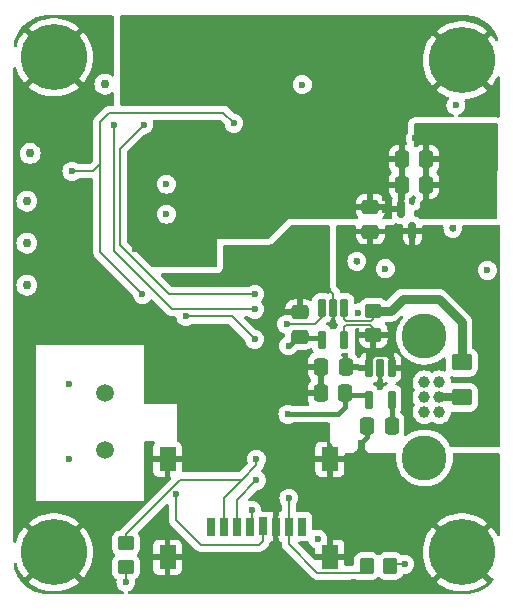
<source format=gbl>
G04 #@! TF.GenerationSoftware,KiCad,Pcbnew,8.0.9-8.0.9-0~ubuntu24.04.1*
G04 #@! TF.CreationDate,2025-06-07T19:12:40-04:00*
G04 #@! TF.ProjectId,Sensor Board,53656e73-6f72-4204-926f-6172642e6b69,rev?*
G04 #@! TF.SameCoordinates,Original*
G04 #@! TF.FileFunction,Copper,L4,Bot*
G04 #@! TF.FilePolarity,Positive*
%FSLAX46Y46*%
G04 Gerber Fmt 4.6, Leading zero omitted, Abs format (unit mm)*
G04 Created by KiCad (PCBNEW 8.0.9-8.0.9-0~ubuntu24.04.1) date 2025-06-07 19:12:40*
%MOMM*%
%LPD*%
G01*
G04 APERTURE LIST*
G04 Aperture macros list*
%AMRoundRect*
0 Rectangle with rounded corners*
0 $1 Rounding radius*
0 $2 $3 $4 $5 $6 $7 $8 $9 X,Y pos of 4 corners*
0 Add a 4 corners polygon primitive as box body*
4,1,4,$2,$3,$4,$5,$6,$7,$8,$9,$2,$3,0*
0 Add four circle primitives for the rounded corners*
1,1,$1+$1,$2,$3*
1,1,$1+$1,$4,$5*
1,1,$1+$1,$6,$7*
1,1,$1+$1,$8,$9*
0 Add four rect primitives between the rounded corners*
20,1,$1+$1,$2,$3,$4,$5,0*
20,1,$1+$1,$4,$5,$6,$7,0*
20,1,$1+$1,$6,$7,$8,$9,0*
20,1,$1+$1,$8,$9,$2,$3,0*%
G04 Aperture macros list end*
G04 #@! TA.AperFunction,ComponentPad*
%ADD10C,3.800000*%
G04 #@! TD*
G04 #@! TA.AperFunction,ComponentPad*
%ADD11C,1.000000*%
G04 #@! TD*
G04 #@! TA.AperFunction,ComponentPad*
%ADD12C,5.600000*%
G04 #@! TD*
G04 #@! TA.AperFunction,ComponentPad*
%ADD13C,1.500000*%
G04 #@! TD*
G04 #@! TA.AperFunction,SMDPad,CuDef*
%ADD14RoundRect,0.162500X-0.162500X0.617500X-0.162500X-0.617500X0.162500X-0.617500X0.162500X0.617500X0*%
G04 #@! TD*
G04 #@! TA.AperFunction,SMDPad,CuDef*
%ADD15RoundRect,0.250000X0.337500X0.475000X-0.337500X0.475000X-0.337500X-0.475000X0.337500X-0.475000X0*%
G04 #@! TD*
G04 #@! TA.AperFunction,SMDPad,CuDef*
%ADD16RoundRect,0.250000X0.475000X-0.337500X0.475000X0.337500X-0.475000X0.337500X-0.475000X-0.337500X0*%
G04 #@! TD*
G04 #@! TA.AperFunction,SMDPad,CuDef*
%ADD17RoundRect,0.250000X0.350000X0.450000X-0.350000X0.450000X-0.350000X-0.450000X0.350000X-0.450000X0*%
G04 #@! TD*
G04 #@! TA.AperFunction,SMDPad,CuDef*
%ADD18R,0.800000X1.500000*%
G04 #@! TD*
G04 #@! TA.AperFunction,SMDPad,CuDef*
%ADD19R,1.450000X2.000000*%
G04 #@! TD*
G04 #@! TA.AperFunction,SMDPad,CuDef*
%ADD20RoundRect,0.250001X0.624999X-0.462499X0.624999X0.462499X-0.624999X0.462499X-0.624999X-0.462499X0*%
G04 #@! TD*
G04 #@! TA.AperFunction,SMDPad,CuDef*
%ADD21RoundRect,0.250000X0.450000X-0.350000X0.450000X0.350000X-0.450000X0.350000X-0.450000X-0.350000X0*%
G04 #@! TD*
G04 #@! TA.AperFunction,SMDPad,CuDef*
%ADD22RoundRect,0.150000X-0.150000X0.587500X-0.150000X-0.587500X0.150000X-0.587500X0.150000X0.587500X0*%
G04 #@! TD*
G04 #@! TA.AperFunction,ViaPad*
%ADD23C,0.600000*%
G04 #@! TD*
G04 #@! TA.AperFunction,ViaPad*
%ADD24C,0.762000*%
G04 #@! TD*
G04 #@! TA.AperFunction,Conductor*
%ADD25C,0.381000*%
G04 #@! TD*
G04 #@! TA.AperFunction,Conductor*
%ADD26C,0.203200*%
G04 #@! TD*
G04 #@! TA.AperFunction,Conductor*
%ADD27C,0.508000*%
G04 #@! TD*
G04 #@! TA.AperFunction,Conductor*
%ADD28C,0.762000*%
G04 #@! TD*
G04 #@! TA.AperFunction,Conductor*
%ADD29C,0.635000*%
G04 #@! TD*
G04 APERTURE END LIST*
D10*
X216789000Y-92342000D03*
X216789000Y-82042000D03*
D11*
X216789000Y-85942000D03*
X216789000Y-87192000D03*
X216789000Y-88442000D03*
X218039000Y-85942000D03*
X218039000Y-87192000D03*
X218039000Y-88442000D03*
D12*
X219964000Y-58674000D03*
X185420000Y-58420000D03*
X185420000Y-100330000D03*
X219964000Y-100330000D03*
D13*
X189720000Y-86831500D03*
X189720000Y-91711500D03*
D14*
X208117400Y-79650600D03*
X209067400Y-79650600D03*
X210017400Y-79650600D03*
X210017400Y-82350600D03*
X208117400Y-82350600D03*
D15*
X216937500Y-67056000D03*
X214862500Y-67056000D03*
D16*
X212217000Y-73173500D03*
X212217000Y-71098500D03*
X206248000Y-82085100D03*
X206248000Y-80010100D03*
D17*
X213902800Y-101498400D03*
X211902800Y-101498400D03*
D15*
X214012600Y-89611200D03*
X211937600Y-89611200D03*
X210108800Y-84632800D03*
X208033800Y-84632800D03*
D18*
X198708000Y-98156000D03*
X199808000Y-98156000D03*
X200918000Y-98156000D03*
X202008000Y-98156000D03*
X203108000Y-98146000D03*
X204208000Y-98156000D03*
X205308000Y-98156000D03*
X206408000Y-98156000D03*
D19*
X208788000Y-100756000D03*
X208788000Y-92456000D03*
X195038000Y-100756000D03*
X195038000Y-92456000D03*
D15*
X210079500Y-86868000D03*
X208004500Y-86868000D03*
D20*
X219964000Y-87212500D03*
X219964000Y-84237500D03*
D14*
X212105200Y-84705200D03*
X213055200Y-84705200D03*
X214005200Y-84705200D03*
X214005200Y-87405200D03*
X212105200Y-87405200D03*
D21*
X191516000Y-101584000D03*
X191516000Y-99584000D03*
D15*
X216937500Y-69215000D03*
X214862500Y-69215000D03*
D21*
X212471000Y-81915000D03*
X212471000Y-79915000D03*
D22*
X214823000Y-71277000D03*
X216723000Y-71277000D03*
X215773000Y-73152000D03*
D23*
X205282800Y-82854800D03*
X215138000Y-101346000D03*
X213487000Y-76327000D03*
D24*
X183404000Y-66564000D03*
D23*
X191516000Y-102870000D03*
X205232000Y-88646000D03*
X202184000Y-96774000D03*
D24*
X189738000Y-60706000D03*
D23*
X222123000Y-76454000D03*
X220675200Y-75184000D03*
D24*
X183134000Y-77724000D03*
D23*
X215696800Y-84705200D03*
D24*
X183134000Y-70612000D03*
D23*
X207772000Y-99208500D03*
D24*
X183134000Y-74168000D03*
D23*
X186944000Y-68072000D03*
X200660000Y-64008000D03*
X192913000Y-78486000D03*
X202438000Y-79756000D03*
X190500000Y-64135000D03*
X202438000Y-78486000D03*
X193040000Y-64135000D03*
X202565000Y-92456000D03*
X215773000Y-60579000D03*
X210566000Y-61595000D03*
X210693000Y-71120000D03*
X213543208Y-64871600D03*
X204216000Y-72517000D03*
X208584800Y-57404000D03*
X200660000Y-62230000D03*
X213487000Y-70358000D03*
X213309200Y-67462400D03*
X203073000Y-72898000D03*
X192278000Y-74676000D03*
X210439000Y-67183000D03*
X210794600Y-56337200D03*
X202692000Y-64008000D03*
X212344000Y-61595000D03*
X209042000Y-65405000D03*
X213487000Y-69596000D03*
X205486000Y-71501000D03*
X193040000Y-55880000D03*
X206451200Y-58724800D03*
X210439000Y-66294000D03*
X209778600Y-56337200D03*
X212953600Y-59131200D03*
X212217000Y-69977000D03*
X215900000Y-55880000D03*
X209042000Y-66294000D03*
X196723000Y-73914000D03*
X208635600Y-56337200D03*
X198120000Y-70358000D03*
X192151000Y-70612000D03*
X209042000Y-67183000D03*
X207518000Y-57404000D03*
X212953600Y-57251600D03*
X213487000Y-60452000D03*
X212953600Y-56337200D03*
X211695200Y-67183000D03*
X212953600Y-58115200D03*
X198247000Y-72898000D03*
X199898000Y-72898000D03*
X210439000Y-65405000D03*
X215773000Y-70612000D03*
X214757000Y-61722000D03*
X194945000Y-74676000D03*
X213487000Y-71374000D03*
X200660000Y-55880000D03*
X211810600Y-56337200D03*
X199898000Y-71628000D03*
X205130400Y-81026000D03*
X194945000Y-69158500D03*
X222504000Y-68580000D03*
X219456000Y-62500000D03*
X206451200Y-60727500D03*
X220472000Y-70612000D03*
X218440000Y-66548000D03*
X222504000Y-64516000D03*
X220472000Y-64516000D03*
X221742000Y-71374000D03*
X222504000Y-70612000D03*
X216014300Y-65290700D03*
X220472000Y-66548000D03*
X218440000Y-70612000D03*
X218440000Y-68580000D03*
X194945000Y-71698500D03*
X222504000Y-66548000D03*
X217805000Y-71755000D03*
X220472000Y-68580000D03*
X195732400Y-95427800D03*
X205308000Y-95758000D03*
X202565000Y-94234000D03*
X202412600Y-82296000D03*
X196596000Y-80360800D03*
X183388000Y-96520000D03*
X199136000Y-102616000D03*
X205292812Y-90182559D03*
X206502000Y-96266000D03*
X183388000Y-82296000D03*
X219202000Y-72898000D03*
X185420000Y-63500000D03*
X208310200Y-77673200D03*
X211175600Y-80060800D03*
X187452000Y-82296000D03*
X206248000Y-78613000D03*
X210566000Y-92964000D03*
X186690000Y-92456000D03*
X183388000Y-89408000D03*
D24*
X189738000Y-62230000D03*
D23*
X200660000Y-74930000D03*
X183388000Y-92964000D03*
X211074000Y-75692000D03*
X199898000Y-91948000D03*
X183388000Y-85852000D03*
X198882000Y-82804000D03*
X191342341Y-82469659D03*
X202438000Y-89916000D03*
X203200000Y-76708000D03*
X204216000Y-102616000D03*
X207772000Y-97536000D03*
X209361000Y-97938500D03*
X186690000Y-86106000D03*
X208026000Y-75946000D03*
X204216000Y-96520000D03*
X193548000Y-99060000D03*
X213055200Y-86309200D03*
X191008000Y-96520000D03*
X196342000Y-87376000D03*
X196342000Y-81788000D03*
X187452000Y-96520000D03*
X206502000Y-91440000D03*
X211429600Y-91084400D03*
X210820000Y-102870000D03*
X196596000Y-92456000D03*
X209550000Y-95504000D03*
D25*
X210079500Y-88065700D02*
X209499200Y-88646000D01*
X205282800Y-82854800D02*
X205956041Y-82181559D01*
D26*
X213902800Y-101498400D02*
X214055200Y-101346000D01*
D25*
X211720400Y-87020400D02*
X210231900Y-87020400D01*
X210079500Y-86868000D02*
X210079500Y-88065700D01*
D26*
X202184000Y-96774000D02*
X202184000Y-97980000D01*
D25*
X210231900Y-87020400D02*
X210079500Y-86868000D01*
D26*
X206052500Y-82085100D02*
X206248000Y-82085100D01*
D25*
X212105200Y-87405200D02*
X211720400Y-87020400D01*
D26*
X191516000Y-102870000D02*
X191516000Y-101584000D01*
D25*
X209499200Y-88646000D02*
X205232000Y-88646000D01*
D26*
X214055200Y-101346000D02*
X215138000Y-101346000D01*
X205282800Y-82854800D02*
X206052500Y-82085100D01*
D25*
X205956041Y-82181559D02*
X207948359Y-82181559D01*
D26*
X207948359Y-82181559D02*
X208117400Y-82350600D01*
X202184000Y-97980000D02*
X202008000Y-98156000D01*
D25*
X212105200Y-83925201D02*
X212515201Y-83515200D01*
X212515201Y-83515200D02*
X213614000Y-83515200D01*
D26*
X210017400Y-82350600D02*
X210017400Y-81269800D01*
X212200600Y-81113800D02*
X212471000Y-81384200D01*
D25*
X212105200Y-84705200D02*
X212105200Y-83925201D01*
X213614000Y-83515200D02*
X214005200Y-83906400D01*
D26*
X210173400Y-81113800D02*
X212200600Y-81113800D01*
D25*
X214005200Y-83906400D02*
X214005200Y-84705200D01*
D26*
X212471000Y-81384200D02*
X212471000Y-81915000D01*
X210017400Y-81269800D02*
X210173400Y-81113800D01*
D27*
X215696800Y-84705200D02*
X214005200Y-84705200D01*
D26*
X192913000Y-78486000D02*
X189357000Y-74930000D01*
X190119000Y-63119000D02*
X199771000Y-63119000D01*
X189357000Y-74930000D02*
X189357000Y-67437000D01*
X189357000Y-63881000D02*
X190119000Y-63119000D01*
X188722000Y-68072000D02*
X189357000Y-67437000D01*
X199771000Y-63119000D02*
X200660000Y-64008000D01*
X186944000Y-68072000D02*
X188722000Y-68072000D01*
X189357000Y-67437000D02*
X189357000Y-63881000D01*
X190500000Y-64135000D02*
X190500000Y-74803000D01*
X195453000Y-79756000D02*
X202438000Y-79756000D01*
X190500000Y-74803000D02*
X195453000Y-79756000D01*
X191008000Y-74295000D02*
X195199000Y-78486000D01*
X195199000Y-78486000D02*
X202438000Y-78486000D01*
X193040000Y-64135000D02*
X191008000Y-66167000D01*
X191008000Y-66167000D02*
X191008000Y-74295000D01*
X201358500Y-94170500D02*
X199808000Y-95721000D01*
X202565000Y-92456000D02*
X202565000Y-92964000D01*
X191516000Y-98788883D02*
X196134383Y-94170500D01*
X202565000Y-92964000D02*
X201358500Y-94170500D01*
X191516000Y-99584000D02*
X191516000Y-98788883D01*
X199808000Y-95721000D02*
X199808000Y-98156000D01*
X196134383Y-94170500D02*
X201358500Y-94170500D01*
D25*
X214005200Y-87405200D02*
X214005200Y-89603800D01*
X214005200Y-89603800D02*
X214012600Y-89611200D01*
D26*
X205130400Y-81026000D02*
X207521999Y-81026000D01*
X207521999Y-81026000D02*
X208117400Y-80430599D01*
X208117400Y-80430599D02*
X208117400Y-79650600D01*
D28*
X212471000Y-79915000D02*
X212491500Y-79935500D01*
X213920500Y-79935500D02*
X214963600Y-78892400D01*
D26*
X212307000Y-80707400D02*
X212471000Y-80543400D01*
D28*
X217982800Y-78892400D02*
X219964000Y-80873600D01*
D26*
X210017400Y-80565200D02*
X210159600Y-80707400D01*
X210159600Y-80707400D02*
X212307000Y-80707400D01*
D28*
X214963600Y-78892400D02*
X217982800Y-78892400D01*
X212491500Y-79935500D02*
X213920500Y-79935500D01*
D26*
X210017400Y-79650600D02*
X210017400Y-80565200D01*
D28*
X219964000Y-80873600D02*
X219964000Y-84237500D01*
D26*
X212471000Y-80543400D02*
X212471000Y-79915000D01*
D29*
X219964000Y-87212500D02*
X218059500Y-87212500D01*
D25*
X218059500Y-87212500D02*
X218039000Y-87192000D01*
D26*
X203108000Y-99406000D02*
X203108000Y-98146000D01*
X197859200Y-99695000D02*
X202819000Y-99695000D01*
X195732400Y-95427800D02*
X195732400Y-97568200D01*
X195732400Y-97568200D02*
X197859200Y-99695000D01*
X202819000Y-99695000D02*
X203108000Y-99406000D01*
X205308000Y-95758000D02*
X205308000Y-98156000D01*
X205308000Y-99644000D02*
X205308000Y-98156000D01*
X211340400Y-102060800D02*
X207724800Y-102060800D01*
X207724800Y-102060800D02*
X205308000Y-99644000D01*
X211902800Y-101498400D02*
X211340400Y-102060800D01*
X200918000Y-95881000D02*
X202565000Y-94234000D01*
X200918000Y-98156000D02*
X200918000Y-95881000D01*
X200477400Y-80360800D02*
X202412600Y-82296000D01*
X196596000Y-80360800D02*
X200477400Y-80360800D01*
D25*
X211937600Y-89611200D02*
X211937600Y-90576400D01*
D26*
X208310200Y-77673200D02*
X209067400Y-78430400D01*
D25*
X211937600Y-90576400D02*
X211429600Y-91084400D01*
D26*
X209067400Y-78430400D02*
X209067400Y-79650600D01*
G04 #@! TA.AperFunction,Conductor*
G36*
X190445539Y-54884185D02*
G01*
X190491294Y-54936989D01*
X190502500Y-54988500D01*
X190502500Y-59928483D01*
X190482815Y-59995522D01*
X190430011Y-60041277D01*
X190360853Y-60051221D01*
X190305615Y-60028801D01*
X190181182Y-59938395D01*
X190181179Y-59938393D01*
X190181178Y-59938393D01*
X190136085Y-59918316D01*
X190011904Y-59863026D01*
X190011896Y-59863024D01*
X189830649Y-59824500D01*
X189645351Y-59824500D01*
X189464103Y-59863024D01*
X189464095Y-59863026D01*
X189294822Y-59938392D01*
X189144909Y-60047311D01*
X189144906Y-60047313D01*
X189020922Y-60185014D01*
X188928274Y-60345485D01*
X188871014Y-60521711D01*
X188871013Y-60521713D01*
X188851644Y-60706000D01*
X188871013Y-60890286D01*
X188871014Y-60890288D01*
X188928274Y-61066514D01*
X188979587Y-61155390D01*
X189020923Y-61226987D01*
X189064112Y-61274954D01*
X189144906Y-61364686D01*
X189144909Y-61364688D01*
X189144912Y-61364691D01*
X189294822Y-61473607D01*
X189464095Y-61548973D01*
X189464098Y-61548973D01*
X189464101Y-61548975D01*
X189645351Y-61587500D01*
X189830649Y-61587500D01*
X190011899Y-61548975D01*
X190011902Y-61548973D01*
X190011904Y-61548973D01*
X190068922Y-61523586D01*
X190181178Y-61473607D01*
X190305616Y-61383197D01*
X190371420Y-61359718D01*
X190439474Y-61375543D01*
X190488169Y-61425649D01*
X190502500Y-61483516D01*
X190502500Y-62392900D01*
X190482815Y-62459939D01*
X190430011Y-62505694D01*
X190378500Y-62516900D01*
X190039732Y-62516900D01*
X189963165Y-62537416D01*
X189886596Y-62557933D01*
X189886595Y-62557934D01*
X189817967Y-62597556D01*
X189763841Y-62628806D01*
X189763838Y-62628808D01*
X189749305Y-62637197D01*
X189749300Y-62637201D01*
X188875201Y-63511300D01*
X188875199Y-63511303D01*
X188795933Y-63648597D01*
X188754900Y-63801733D01*
X188754900Y-67136240D01*
X188735215Y-67203279D01*
X188718581Y-67223921D01*
X188508921Y-67433581D01*
X188447598Y-67467066D01*
X188421240Y-67469900D01*
X187524406Y-67469900D01*
X187457367Y-67450215D01*
X187447093Y-67442847D01*
X187446265Y-67442187D01*
X187446262Y-67442184D01*
X187369892Y-67394197D01*
X187293523Y-67346211D01*
X187123254Y-67286631D01*
X187123249Y-67286630D01*
X186944004Y-67266435D01*
X186943996Y-67266435D01*
X186764750Y-67286630D01*
X186764745Y-67286631D01*
X186594476Y-67346211D01*
X186441737Y-67442184D01*
X186314184Y-67569737D01*
X186218211Y-67722476D01*
X186158631Y-67892745D01*
X186158630Y-67892750D01*
X186138435Y-68071996D01*
X186138435Y-68072003D01*
X186158630Y-68251249D01*
X186158631Y-68251254D01*
X186218211Y-68421523D01*
X186314184Y-68574262D01*
X186441738Y-68701816D01*
X186594478Y-68797789D01*
X186764745Y-68857368D01*
X186764750Y-68857369D01*
X186943996Y-68877565D01*
X186944000Y-68877565D01*
X186944004Y-68877565D01*
X187123249Y-68857369D01*
X187123252Y-68857368D01*
X187123255Y-68857368D01*
X187293522Y-68797789D01*
X187446262Y-68701816D01*
X187446270Y-68701807D01*
X187447093Y-68701153D01*
X187447731Y-68700892D01*
X187452158Y-68698111D01*
X187452645Y-68698886D01*
X187511779Y-68674745D01*
X187524406Y-68674100D01*
X188630900Y-68674100D01*
X188697939Y-68693785D01*
X188743694Y-68746589D01*
X188754900Y-68798100D01*
X188754900Y-75009268D01*
X188775416Y-75085835D01*
X188795933Y-75162404D01*
X188795935Y-75162407D01*
X188826462Y-75215280D01*
X188826462Y-75215283D01*
X188826464Y-75215283D01*
X188875199Y-75299696D01*
X188875201Y-75299699D01*
X192082585Y-78507083D01*
X192116070Y-78568406D01*
X192118124Y-78580880D01*
X192127630Y-78665249D01*
X192187210Y-78835521D01*
X192249221Y-78934211D01*
X192283184Y-78988262D01*
X192410738Y-79115816D01*
X192427239Y-79126184D01*
X192558531Y-79208681D01*
X192563478Y-79211789D01*
X192733745Y-79271368D01*
X192733750Y-79271369D01*
X192912996Y-79291565D01*
X192913000Y-79291565D01*
X192913004Y-79291565D01*
X193092249Y-79271369D01*
X193092252Y-79271368D01*
X193092255Y-79271368D01*
X193262522Y-79211789D01*
X193415262Y-79115816D01*
X193542816Y-78988262D01*
X193572361Y-78941240D01*
X193624694Y-78894951D01*
X193693748Y-78884302D01*
X193757596Y-78912677D01*
X193765035Y-78919533D01*
X194971200Y-80125698D01*
X195083302Y-80237800D01*
X195220598Y-80317067D01*
X195373732Y-80358100D01*
X195532268Y-80358100D01*
X195679317Y-80358100D01*
X195746356Y-80377785D01*
X195792111Y-80430589D01*
X195802537Y-80468216D01*
X195810630Y-80540050D01*
X195810631Y-80540054D01*
X195870211Y-80710323D01*
X195922686Y-80793836D01*
X195966184Y-80863062D01*
X196093738Y-80990616D01*
X196107430Y-80999219D01*
X196236381Y-81080245D01*
X196246478Y-81086589D01*
X196339058Y-81118984D01*
X196416745Y-81146168D01*
X196416750Y-81146169D01*
X196595996Y-81166365D01*
X196596000Y-81166365D01*
X196596004Y-81166365D01*
X196775249Y-81146169D01*
X196775252Y-81146168D01*
X196775255Y-81146168D01*
X196945522Y-81086589D01*
X197098262Y-80990616D01*
X197098270Y-80990607D01*
X197099093Y-80989953D01*
X197099731Y-80989692D01*
X197104158Y-80986911D01*
X197104645Y-80987686D01*
X197163779Y-80963545D01*
X197176406Y-80962900D01*
X200176640Y-80962900D01*
X200243679Y-80982585D01*
X200264321Y-80999219D01*
X201582185Y-82317083D01*
X201615670Y-82378406D01*
X201617724Y-82390880D01*
X201627230Y-82475249D01*
X201686810Y-82645521D01*
X201705679Y-82675550D01*
X201782784Y-82798262D01*
X201910338Y-82925816D01*
X202063078Y-83021789D01*
X202167841Y-83058447D01*
X202233345Y-83081368D01*
X202233350Y-83081369D01*
X202412596Y-83101565D01*
X202412600Y-83101565D01*
X202412604Y-83101565D01*
X202591849Y-83081369D01*
X202591852Y-83081368D01*
X202591855Y-83081368D01*
X202762122Y-83021789D01*
X202914862Y-82925816D01*
X203042416Y-82798262D01*
X203138389Y-82645522D01*
X203197968Y-82475255D01*
X203218165Y-82296000D01*
X203210163Y-82224984D01*
X203197969Y-82116750D01*
X203197968Y-82116745D01*
X203138388Y-81946476D01*
X203058545Y-81819407D01*
X203042416Y-81793738D01*
X202914862Y-81666184D01*
X202762121Y-81570210D01*
X202591849Y-81510630D01*
X202507480Y-81501124D01*
X202443066Y-81474057D01*
X202433683Y-81465585D01*
X201537879Y-80569781D01*
X201504394Y-80508458D01*
X201509378Y-80438766D01*
X201551250Y-80382833D01*
X201616714Y-80358416D01*
X201625560Y-80358100D01*
X201857594Y-80358100D01*
X201924633Y-80377785D01*
X201934907Y-80385153D01*
X201935733Y-80385811D01*
X201935738Y-80385816D01*
X202088478Y-80481789D01*
X202254978Y-80540050D01*
X202258745Y-80541368D01*
X202258750Y-80541369D01*
X202437996Y-80561565D01*
X202438000Y-80561565D01*
X202438004Y-80561565D01*
X202617249Y-80541369D01*
X202617252Y-80541368D01*
X202617255Y-80541368D01*
X202787522Y-80481789D01*
X202940262Y-80385816D01*
X203067816Y-80258262D01*
X203163789Y-80105522D01*
X203223368Y-79935255D01*
X203223369Y-79935249D01*
X203243565Y-79756003D01*
X203243565Y-79755996D01*
X203228536Y-79622613D01*
X205023000Y-79622613D01*
X205023000Y-79760100D01*
X205998000Y-79760100D01*
X205998000Y-78922600D01*
X205723029Y-78922600D01*
X205723012Y-78922601D01*
X205620302Y-78933094D01*
X205453880Y-78988241D01*
X205453875Y-78988243D01*
X205304654Y-79080284D01*
X205180684Y-79204254D01*
X205088643Y-79353475D01*
X205088641Y-79353480D01*
X205033494Y-79519902D01*
X205033493Y-79519909D01*
X205023000Y-79622613D01*
X203228536Y-79622613D01*
X203223369Y-79576750D01*
X203223368Y-79576745D01*
X203163788Y-79406476D01*
X203078894Y-79271369D01*
X203067816Y-79253738D01*
X203022759Y-79208681D01*
X202989274Y-79147358D01*
X202994258Y-79077666D01*
X203022759Y-79033319D01*
X203027555Y-79028523D01*
X203067816Y-78988262D01*
X203163789Y-78835522D01*
X203223368Y-78665255D01*
X203223588Y-78663306D01*
X203243565Y-78486003D01*
X203243565Y-78485996D01*
X203223369Y-78306750D01*
X203223368Y-78306745D01*
X203163788Y-78136476D01*
X203067815Y-77983737D01*
X202940262Y-77856184D01*
X202787523Y-77760211D01*
X202617254Y-77700631D01*
X202617249Y-77700630D01*
X202438004Y-77680435D01*
X202437996Y-77680435D01*
X202258750Y-77700630D01*
X202258745Y-77700631D01*
X202088476Y-77760211D01*
X201935738Y-77856184D01*
X201934907Y-77856847D01*
X201934268Y-77857107D01*
X201929842Y-77859889D01*
X201929354Y-77859113D01*
X201870221Y-77883255D01*
X201857594Y-77883900D01*
X195499760Y-77883900D01*
X195432721Y-77864215D01*
X195412079Y-77847581D01*
X194481679Y-76917181D01*
X194448194Y-76855858D01*
X194453178Y-76786166D01*
X194495050Y-76730233D01*
X194560514Y-76705816D01*
X194569360Y-76705500D01*
X199138990Y-76705500D01*
X199139000Y-76705500D01*
X199246456Y-76693947D01*
X199297967Y-76682741D01*
X199332197Y-76671347D01*
X199400497Y-76648616D01*
X199400501Y-76648613D01*
X199400504Y-76648613D01*
X199521543Y-76570825D01*
X199574347Y-76525070D01*
X199668567Y-76416336D01*
X199728338Y-76285459D01*
X199748023Y-76218420D01*
X199748024Y-76218416D01*
X199768500Y-76076000D01*
X199768500Y-74416500D01*
X199788185Y-74349461D01*
X199840989Y-74303706D01*
X199892500Y-74292500D01*
X203529640Y-74292500D01*
X203539786Y-74291955D01*
X203583678Y-74289603D01*
X203583686Y-74289602D01*
X203583688Y-74289602D01*
X203583689Y-74289602D01*
X203590682Y-74288849D01*
X203610036Y-74286769D01*
X203610046Y-74286767D01*
X203610049Y-74286767D01*
X203619648Y-74285211D01*
X203663448Y-74278114D01*
X203798257Y-74227832D01*
X203859580Y-74194347D01*
X203974762Y-74108123D01*
X205405065Y-72677818D01*
X205466388Y-72644334D01*
X205492746Y-72641500D01*
X208666500Y-72641500D01*
X208733539Y-72661185D01*
X208779294Y-72713989D01*
X208790500Y-72765500D01*
X208790500Y-77756142D01*
X208793397Y-77810190D01*
X208793397Y-77810191D01*
X208796229Y-77836524D01*
X208796232Y-77836551D01*
X208804885Y-77889947D01*
X208804885Y-77889949D01*
X208855166Y-78024754D01*
X208855168Y-78024759D01*
X208887796Y-78084513D01*
X208888653Y-78086082D01*
X208888654Y-78086084D01*
X208953187Y-78172290D01*
X208977604Y-78237754D01*
X208962752Y-78306027D01*
X208913347Y-78355432D01*
X208853920Y-78370600D01*
X208851357Y-78370600D01*
X208784605Y-78376666D01*
X208630130Y-78424801D01*
X208560270Y-78425951D01*
X208556352Y-78424801D01*
X208507792Y-78409669D01*
X208400287Y-78376170D01*
X208333491Y-78370100D01*
X208333488Y-78370100D01*
X207901301Y-78370100D01*
X207834517Y-78376168D01*
X207834506Y-78376171D01*
X207680801Y-78424067D01*
X207543008Y-78507366D01*
X207429166Y-78621208D01*
X207345869Y-78758997D01*
X207345869Y-78758998D01*
X207297970Y-78912713D01*
X207297970Y-78912715D01*
X207296016Y-78934211D01*
X207270343Y-78999193D01*
X207213613Y-79039980D01*
X207143838Y-79043621D01*
X207107428Y-79028523D01*
X207042130Y-78988246D01*
X207042119Y-78988241D01*
X206875697Y-78933094D01*
X206875690Y-78933093D01*
X206772986Y-78922600D01*
X206498000Y-78922600D01*
X206498000Y-79886100D01*
X206478315Y-79953139D01*
X206425511Y-79998894D01*
X206374000Y-80010100D01*
X206248000Y-80010100D01*
X206248000Y-80136100D01*
X206228315Y-80203139D01*
X206175511Y-80248894D01*
X206124000Y-80260100D01*
X205386358Y-80260100D01*
X205345404Y-80253141D01*
X205331084Y-80248130D01*
X205309656Y-80240632D01*
X205309646Y-80240630D01*
X205130404Y-80220435D01*
X205130396Y-80220435D01*
X204951150Y-80240630D01*
X204951145Y-80240631D01*
X204780876Y-80300211D01*
X204628137Y-80396184D01*
X204500584Y-80523737D01*
X204404611Y-80676476D01*
X204345031Y-80846745D01*
X204345030Y-80846750D01*
X204324835Y-81025996D01*
X204324835Y-81026003D01*
X204345030Y-81205249D01*
X204345031Y-81205254D01*
X204404611Y-81375523D01*
X204480480Y-81496267D01*
X204500584Y-81528262D01*
X204628138Y-81655816D01*
X204780878Y-81751789D01*
X204900761Y-81793738D01*
X204939454Y-81807277D01*
X204996230Y-81847999D01*
X205021978Y-81912951D01*
X205022500Y-81924319D01*
X205022500Y-82009808D01*
X205002815Y-82076847D01*
X204950011Y-82122602D01*
X204939459Y-82126848D01*
X204933278Y-82129011D01*
X204933275Y-82129012D01*
X204780537Y-82224984D01*
X204652984Y-82352537D01*
X204557011Y-82505276D01*
X204497431Y-82675545D01*
X204497430Y-82675550D01*
X204477235Y-82854796D01*
X204477235Y-82854803D01*
X204497430Y-83034049D01*
X204497431Y-83034054D01*
X204557011Y-83204323D01*
X204629402Y-83319531D01*
X204652984Y-83357062D01*
X204780538Y-83484616D01*
X204787864Y-83489219D01*
X204927774Y-83577131D01*
X204933278Y-83580589D01*
X205060283Y-83625030D01*
X205103545Y-83640168D01*
X205103550Y-83640169D01*
X205282796Y-83660365D01*
X205282800Y-83660365D01*
X205282804Y-83660365D01*
X205462049Y-83640169D01*
X205462052Y-83640168D01*
X205462055Y-83640168D01*
X205632322Y-83580589D01*
X205785062Y-83484616D01*
X205912616Y-83357062D01*
X205991746Y-83231126D01*
X206044081Y-83184836D01*
X206096740Y-83173099D01*
X206773002Y-83173099D01*
X206773008Y-83173099D01*
X206875797Y-83162599D01*
X207042334Y-83107414D01*
X207125745Y-83055965D01*
X207193136Y-83037525D01*
X207259800Y-83058447D01*
X207304569Y-83112089D01*
X207309226Y-83124613D01*
X207342418Y-83231127D01*
X207345869Y-83242202D01*
X207392617Y-83319533D01*
X207410453Y-83387085D01*
X207388936Y-83453559D01*
X207351597Y-83489219D01*
X207227959Y-83565480D01*
X207227955Y-83565483D01*
X207103984Y-83689454D01*
X207011943Y-83838675D01*
X207011941Y-83838680D01*
X206956794Y-84005102D01*
X206956793Y-84005109D01*
X206946300Y-84107813D01*
X206946300Y-84382800D01*
X207909800Y-84382800D01*
X207976839Y-84402485D01*
X208022594Y-84455289D01*
X208033800Y-84506800D01*
X208033800Y-84632800D01*
X208159800Y-84632800D01*
X208226839Y-84652485D01*
X208272594Y-84705289D01*
X208283800Y-84756800D01*
X208283800Y-85907138D01*
X208264115Y-85974177D01*
X208254500Y-85986108D01*
X208254500Y-86744000D01*
X208234815Y-86811039D01*
X208182011Y-86856794D01*
X208130500Y-86868000D01*
X208004500Y-86868000D01*
X208004500Y-86994000D01*
X207984815Y-87061039D01*
X207932011Y-87106794D01*
X207880500Y-87118000D01*
X206917001Y-87118000D01*
X206917001Y-87392986D01*
X206927494Y-87495697D01*
X206982641Y-87662119D01*
X206982643Y-87662124D01*
X207046655Y-87765903D01*
X207065095Y-87833296D01*
X207044172Y-87899959D01*
X206990530Y-87944729D01*
X206941116Y-87955000D01*
X205672613Y-87955000D01*
X205606641Y-87935994D01*
X205581523Y-87920211D01*
X205411254Y-87860631D01*
X205411249Y-87860630D01*
X205232004Y-87840435D01*
X205231996Y-87840435D01*
X205052750Y-87860630D01*
X205052745Y-87860631D01*
X204882476Y-87920211D01*
X204729737Y-88016184D01*
X204602184Y-88143737D01*
X204506211Y-88296476D01*
X204446631Y-88466745D01*
X204446630Y-88466750D01*
X204426435Y-88645996D01*
X204426435Y-88646003D01*
X204446630Y-88825249D01*
X204446631Y-88825254D01*
X204506211Y-88995523D01*
X204579362Y-89111941D01*
X204602184Y-89148262D01*
X204729738Y-89275816D01*
X204820080Y-89332582D01*
X204857359Y-89356006D01*
X204882478Y-89371789D01*
X205052745Y-89431368D01*
X205052750Y-89431369D01*
X205231996Y-89451565D01*
X205232000Y-89451565D01*
X205232004Y-89451565D01*
X205411249Y-89431369D01*
X205411252Y-89431368D01*
X205411255Y-89431368D01*
X205581522Y-89371789D01*
X205605560Y-89356685D01*
X205606641Y-89356006D01*
X205672613Y-89337000D01*
X208666500Y-89337000D01*
X208733539Y-89356685D01*
X208779294Y-89409489D01*
X208790500Y-89461000D01*
X208790500Y-90831500D01*
X208790501Y-90831509D01*
X208802052Y-90938950D01*
X208802054Y-90938962D01*
X208813260Y-90990472D01*
X208847383Y-91092997D01*
X208847386Y-91093003D01*
X208925171Y-91214037D01*
X208925179Y-91214048D01*
X208970928Y-91266846D01*
X208995201Y-91287878D01*
X209032977Y-91346655D01*
X209038000Y-91381592D01*
X209038000Y-92206000D01*
X210013000Y-92206000D01*
X210013000Y-92069500D01*
X210032685Y-92002461D01*
X210085489Y-91956706D01*
X210137000Y-91945500D01*
X210531162Y-91945500D01*
X210531176Y-91945500D01*
X210580090Y-91943128D01*
X210596106Y-91941570D01*
X210603957Y-91940808D01*
X210603965Y-91940806D01*
X210603974Y-91940806D01*
X210650823Y-91933947D01*
X210652415Y-91933714D01*
X210652415Y-91933713D01*
X210652421Y-91933713D01*
X210788226Y-91886191D01*
X210849476Y-91854349D01*
X210850148Y-91854006D01*
X210850219Y-91853962D01*
X210850229Y-91853958D01*
X210967143Y-91770097D01*
X211055695Y-91656695D01*
X211090422Y-91596066D01*
X211143435Y-91462317D01*
X211156622Y-91319043D01*
X211153059Y-91249265D01*
X211149920Y-91233277D01*
X211148381Y-91223288D01*
X211134297Y-91098278D01*
X211134296Y-91070523D01*
X211138611Y-91032218D01*
X211144786Y-91005161D01*
X211157519Y-90968773D01*
X211169564Y-90943763D01*
X211190068Y-90911132D01*
X211207383Y-90889421D01*
X211233855Y-90862950D01*
X211233855Y-90862949D01*
X211233856Y-90862949D01*
X211245997Y-90847039D01*
X211302311Y-90805686D01*
X211372045Y-90801342D01*
X211383579Y-90804555D01*
X211447405Y-90825705D01*
X211447409Y-90825706D01*
X211550119Y-90836199D01*
X211691170Y-90836199D01*
X211758210Y-90855883D01*
X211803965Y-90908687D01*
X211813909Y-90977845D01*
X211798076Y-91020328D01*
X211799170Y-91020926D01*
X211797041Y-91024822D01*
X211768283Y-91087796D01*
X211768030Y-91088345D01*
X211768024Y-91088362D01*
X211768024Y-91088364D01*
X211731125Y-91214037D01*
X211727490Y-91226418D01*
X211727490Y-91370293D01*
X211727491Y-91370297D01*
X211737435Y-91439455D01*
X211737436Y-91439460D01*
X211737437Y-91439463D01*
X211777969Y-91577501D01*
X211777972Y-91577507D01*
X211855754Y-91698537D01*
X211855762Y-91698548D01*
X211901506Y-91751340D01*
X211901509Y-91751343D01*
X211901513Y-91751347D01*
X212010247Y-91845567D01*
X212010250Y-91845568D01*
X212010251Y-91845569D01*
X212099194Y-91886189D01*
X212141124Y-91905338D01*
X212208163Y-91925023D01*
X212208167Y-91925024D01*
X212350583Y-91945500D01*
X214276653Y-91945500D01*
X214343692Y-91965185D01*
X214389447Y-92017989D01*
X214400408Y-92077286D01*
X214383754Y-92341994D01*
X214383754Y-92342005D01*
X214402718Y-92643446D01*
X214402719Y-92643453D01*
X214402720Y-92643457D01*
X214433635Y-92805522D01*
X214459320Y-92940164D01*
X214552659Y-93227431D01*
X214552661Y-93227436D01*
X214681265Y-93500732D01*
X214681268Y-93500738D01*
X214843111Y-93755763D01*
X214843114Y-93755767D01*
X214843115Y-93755768D01*
X215008761Y-93956000D01*
X215035652Y-93988505D01*
X215255836Y-94195272D01*
X215255846Y-94195280D01*
X215500193Y-94372808D01*
X215500198Y-94372810D01*
X215500205Y-94372816D01*
X215764896Y-94518332D01*
X215764901Y-94518334D01*
X215764903Y-94518335D01*
X215764904Y-94518336D01*
X216045734Y-94629524D01*
X216045737Y-94629525D01*
X216143259Y-94654564D01*
X216338302Y-94704642D01*
X216485039Y-94723179D01*
X216637963Y-94742499D01*
X216637969Y-94742499D01*
X216637973Y-94742500D01*
X216637975Y-94742500D01*
X216940025Y-94742500D01*
X216940027Y-94742500D01*
X216940032Y-94742499D01*
X216940036Y-94742499D01*
X217019591Y-94732448D01*
X217239698Y-94704642D01*
X217532262Y-94629525D01*
X217532265Y-94629524D01*
X217813095Y-94518336D01*
X217813096Y-94518335D01*
X217813094Y-94518335D01*
X217813104Y-94518332D01*
X218077795Y-94372816D01*
X218322162Y-94195274D01*
X218542349Y-93988504D01*
X218734885Y-93755768D01*
X218896733Y-93500736D01*
X219025341Y-93227430D01*
X219118681Y-92940160D01*
X219175280Y-92643457D01*
X219175796Y-92635254D01*
X219194246Y-92342005D01*
X219194246Y-92341994D01*
X219177592Y-92077286D01*
X219193028Y-92009143D01*
X219242855Y-91960163D01*
X219301347Y-91945500D01*
X223055436Y-91945500D01*
X223122475Y-91965185D01*
X223168230Y-92017989D01*
X223179436Y-92069500D01*
X223179436Y-98851206D01*
X223159751Y-98918245D01*
X223106947Y-98964000D01*
X223037789Y-98973944D01*
X222974233Y-98944919D01*
X222945881Y-98909289D01*
X222795781Y-98626172D01*
X222594966Y-98329992D01*
X222467557Y-98179995D01*
X222467556Y-98179994D01*
X221258250Y-99389299D01*
X221184412Y-99287670D01*
X221006330Y-99109588D01*
X220904697Y-99035747D01*
X222116743Y-97823703D01*
X222116742Y-97823702D01*
X222103514Y-97811171D01*
X222103513Y-97811170D01*
X221818632Y-97594611D01*
X221818629Y-97594609D01*
X221512009Y-97410123D01*
X221187260Y-97259877D01*
X221187255Y-97259876D01*
X220848144Y-97145616D01*
X220498660Y-97068688D01*
X220142924Y-97030000D01*
X219785075Y-97030000D01*
X219429339Y-97068688D01*
X219079855Y-97145616D01*
X218740744Y-97259876D01*
X218740739Y-97259877D01*
X218415990Y-97410123D01*
X218109370Y-97594609D01*
X218109367Y-97594611D01*
X217824491Y-97811166D01*
X217811256Y-97823703D01*
X217811255Y-97823703D01*
X219023301Y-99035748D01*
X218921670Y-99109588D01*
X218743588Y-99287670D01*
X218669748Y-99389301D01*
X217460442Y-98179994D01*
X217460441Y-98179995D01*
X217333040Y-98329983D01*
X217333033Y-98329993D01*
X217132218Y-98626172D01*
X216964606Y-98942322D01*
X216964597Y-98942340D01*
X216832149Y-99274760D01*
X216832147Y-99274767D01*
X216736421Y-99619542D01*
X216736415Y-99619568D01*
X216678527Y-99972668D01*
X216678526Y-99972685D01*
X216659153Y-100329997D01*
X216659153Y-100330002D01*
X216678526Y-100687314D01*
X216678527Y-100687331D01*
X216736415Y-101040431D01*
X216736421Y-101040457D01*
X216832147Y-101385232D01*
X216832149Y-101385239D01*
X216964597Y-101717659D01*
X216964606Y-101717677D01*
X217132218Y-102033827D01*
X217333033Y-102330007D01*
X217460441Y-102480003D01*
X217460442Y-102480004D01*
X218669748Y-101270698D01*
X218743588Y-101372330D01*
X218921670Y-101550412D01*
X219023300Y-101624251D01*
X217811255Y-102836295D01*
X217811256Y-102836296D01*
X217824485Y-102848828D01*
X217824486Y-102848829D01*
X218109367Y-103065388D01*
X218109370Y-103065390D01*
X218415990Y-103249876D01*
X218740739Y-103400122D01*
X218740744Y-103400123D01*
X219079855Y-103514383D01*
X219429339Y-103591311D01*
X219785075Y-103629999D01*
X219785085Y-103630000D01*
X220142915Y-103630000D01*
X220142924Y-103629999D01*
X220498660Y-103591311D01*
X220848144Y-103514383D01*
X221187255Y-103400123D01*
X221187260Y-103400122D01*
X221512009Y-103249876D01*
X221818629Y-103065390D01*
X221818632Y-103065388D01*
X222103504Y-102848836D01*
X222116742Y-102836294D01*
X220904698Y-101624251D01*
X221006330Y-101550412D01*
X221184412Y-101372330D01*
X221258251Y-101270698D01*
X222467556Y-102480003D01*
X222515729Y-102478045D01*
X222583512Y-102494991D01*
X222631374Y-102545893D01*
X222644118Y-102614591D01*
X222621895Y-102673698D01*
X222546302Y-102780238D01*
X222537634Y-102791107D01*
X222497252Y-102836296D01*
X222328682Y-103024927D01*
X222318850Y-103034759D01*
X222172379Y-103165655D01*
X222085030Y-103243715D01*
X222074163Y-103252382D01*
X221818414Y-103433848D01*
X221806640Y-103441246D01*
X221532193Y-103592930D01*
X221519665Y-103598964D01*
X221229943Y-103718974D01*
X221216818Y-103723566D01*
X220915504Y-103810376D01*
X220901947Y-103813471D01*
X220592791Y-103866002D01*
X220578973Y-103867559D01*
X220263046Y-103885305D01*
X220256092Y-103885500D01*
X191767389Y-103885500D01*
X191700350Y-103865815D01*
X191654595Y-103813011D01*
X191644651Y-103743853D01*
X191673676Y-103680297D01*
X191726434Y-103644458D01*
X191727272Y-103644164D01*
X191865522Y-103595789D01*
X192018262Y-103499816D01*
X192145816Y-103372262D01*
X192241789Y-103219522D01*
X192301368Y-103049255D01*
X192301369Y-103049249D01*
X192321565Y-102870003D01*
X192321565Y-102869996D01*
X192301553Y-102692381D01*
X192313608Y-102623559D01*
X192359677Y-102572959D01*
X192408897Y-102542600D01*
X192434656Y-102526712D01*
X192558712Y-102402656D01*
X192650814Y-102253334D01*
X192705999Y-102086797D01*
X192716500Y-101984009D01*
X192716500Y-101803844D01*
X193813000Y-101803844D01*
X193819401Y-101863372D01*
X193819403Y-101863379D01*
X193869645Y-101998086D01*
X193869649Y-101998093D01*
X193955809Y-102113187D01*
X193955812Y-102113190D01*
X194070906Y-102199350D01*
X194070913Y-102199354D01*
X194205620Y-102249596D01*
X194205627Y-102249598D01*
X194265155Y-102255999D01*
X194265172Y-102256000D01*
X194788000Y-102256000D01*
X195288000Y-102256000D01*
X195810828Y-102256000D01*
X195810844Y-102255999D01*
X195870372Y-102249598D01*
X195870379Y-102249596D01*
X196005086Y-102199354D01*
X196005093Y-102199350D01*
X196120187Y-102113190D01*
X196120190Y-102113187D01*
X196206350Y-101998093D01*
X196206354Y-101998086D01*
X196256596Y-101863379D01*
X196256598Y-101863372D01*
X196262999Y-101803844D01*
X196263000Y-101803827D01*
X196263000Y-101006000D01*
X195288000Y-101006000D01*
X195288000Y-102256000D01*
X194788000Y-102256000D01*
X194788000Y-101006000D01*
X193813000Y-101006000D01*
X193813000Y-101803844D01*
X192716500Y-101803844D01*
X192716499Y-101183992D01*
X192705999Y-101081203D01*
X192650814Y-100914666D01*
X192558712Y-100765344D01*
X192465049Y-100671681D01*
X192431564Y-100610358D01*
X192436548Y-100540666D01*
X192465049Y-100496319D01*
X192505680Y-100455688D01*
X192558712Y-100402656D01*
X192650814Y-100253334D01*
X192705999Y-100086797D01*
X192716500Y-99984009D01*
X192716500Y-99708155D01*
X193813000Y-99708155D01*
X193813000Y-100506000D01*
X194788000Y-100506000D01*
X195288000Y-100506000D01*
X196263000Y-100506000D01*
X196263000Y-99708172D01*
X196262999Y-99708155D01*
X196256598Y-99648627D01*
X196256596Y-99648620D01*
X196206354Y-99513913D01*
X196206350Y-99513906D01*
X196120190Y-99398812D01*
X196120187Y-99398809D01*
X196005093Y-99312649D01*
X196005086Y-99312645D01*
X195870379Y-99262403D01*
X195870372Y-99262401D01*
X195810844Y-99256000D01*
X195288000Y-99256000D01*
X195288000Y-100506000D01*
X194788000Y-100506000D01*
X194788000Y-99256000D01*
X194265155Y-99256000D01*
X194205627Y-99262401D01*
X194205620Y-99262403D01*
X194070913Y-99312645D01*
X194070906Y-99312649D01*
X193955812Y-99398809D01*
X193955809Y-99398812D01*
X193869649Y-99513906D01*
X193869645Y-99513913D01*
X193819403Y-99648620D01*
X193819401Y-99648627D01*
X193813000Y-99708155D01*
X192716500Y-99708155D01*
X192716499Y-99183992D01*
X192705999Y-99081203D01*
X192650814Y-98914666D01*
X192558712Y-98765344D01*
X192558709Y-98765341D01*
X192554234Y-98759681D01*
X192556420Y-98757952D01*
X192529070Y-98707864D01*
X192534054Y-98638172D01*
X192562555Y-98593825D01*
X193801259Y-97355121D01*
X194918621Y-96237759D01*
X194979942Y-96204276D01*
X195049634Y-96209260D01*
X195105567Y-96251132D01*
X195129984Y-96316596D01*
X195130300Y-96325442D01*
X195130300Y-97647468D01*
X195157655Y-97749557D01*
X195171333Y-97800603D01*
X195171334Y-97800604D01*
X195236571Y-97913598D01*
X195236572Y-97913599D01*
X195250602Y-97937901D01*
X195250603Y-97937902D01*
X196393902Y-99081200D01*
X197489502Y-100176800D01*
X197626798Y-100256067D01*
X197779932Y-100297100D01*
X197779934Y-100297100D01*
X202898266Y-100297100D01*
X202898268Y-100297100D01*
X203051402Y-100256067D01*
X203188698Y-100176800D01*
X203300800Y-100064698D01*
X203589800Y-99775698D01*
X203669068Y-99638401D01*
X203706714Y-99497904D01*
X203743078Y-99438246D01*
X203805925Y-99407717D01*
X203826488Y-99406000D01*
X203958000Y-99406000D01*
X203958000Y-99144068D01*
X203965817Y-99100737D01*
X204002091Y-99003483D01*
X204008500Y-98943873D01*
X204008499Y-97937902D01*
X204008499Y-97358127D01*
X204407500Y-97358127D01*
X204407500Y-97937902D01*
X204407501Y-98156000D01*
X204407501Y-98953876D01*
X204413908Y-99013481D01*
X204413909Y-99013483D01*
X204450182Y-99110737D01*
X204458000Y-99154068D01*
X204458000Y-99406000D01*
X204581900Y-99406000D01*
X204648939Y-99425685D01*
X204694694Y-99478489D01*
X204705900Y-99530000D01*
X204705900Y-99723268D01*
X204719948Y-99775694D01*
X204746933Y-99876403D01*
X204746934Y-99876404D01*
X204799277Y-99967065D01*
X204799278Y-99967068D01*
X204826195Y-100013691D01*
X204826199Y-100013696D01*
X204826200Y-100013698D01*
X207243000Y-102430498D01*
X207355102Y-102542600D01*
X207492398Y-102621867D01*
X207645532Y-102662900D01*
X207804068Y-102662900D01*
X211261132Y-102662900D01*
X211303043Y-102662900D01*
X211342046Y-102669194D01*
X211400003Y-102688399D01*
X211502791Y-102698900D01*
X212302808Y-102698899D01*
X212302816Y-102698898D01*
X212302819Y-102698898D01*
X212366615Y-102692381D01*
X212405597Y-102688399D01*
X212572134Y-102633214D01*
X212721456Y-102541112D01*
X212815119Y-102447449D01*
X212876442Y-102413964D01*
X212946134Y-102418948D01*
X212990481Y-102447449D01*
X213084144Y-102541112D01*
X213233466Y-102633214D01*
X213400003Y-102688399D01*
X213502791Y-102698900D01*
X214302808Y-102698899D01*
X214302816Y-102698898D01*
X214302819Y-102698898D01*
X214366615Y-102692381D01*
X214405597Y-102688399D01*
X214572134Y-102633214D01*
X214721456Y-102541112D01*
X214845512Y-102417056D01*
X214937614Y-102267734D01*
X214950297Y-102229458D01*
X214990068Y-102172015D01*
X215054583Y-102145190D01*
X215081883Y-102145241D01*
X215126665Y-102150287D01*
X215137999Y-102151565D01*
X215138000Y-102151565D01*
X215138003Y-102151565D01*
X215317249Y-102131369D01*
X215317252Y-102131368D01*
X215317255Y-102131368D01*
X215487522Y-102071789D01*
X215640262Y-101975816D01*
X215767816Y-101848262D01*
X215863789Y-101695522D01*
X215923368Y-101525255D01*
X215930867Y-101458700D01*
X215943565Y-101346003D01*
X215943565Y-101345996D01*
X215923369Y-101166750D01*
X215923368Y-101166745D01*
X215893436Y-101081204D01*
X215863789Y-100996478D01*
X215767816Y-100843738D01*
X215640262Y-100716184D01*
X215487523Y-100620211D01*
X215317254Y-100560631D01*
X215317249Y-100560630D01*
X215138004Y-100540435D01*
X215137996Y-100540435D01*
X214958746Y-100560631D01*
X214958745Y-100560631D01*
X214934245Y-100569204D01*
X214864466Y-100572765D01*
X214805611Y-100539843D01*
X214721457Y-100455689D01*
X214721456Y-100455688D01*
X214572134Y-100363586D01*
X214405597Y-100308401D01*
X214405595Y-100308400D01*
X214302810Y-100297900D01*
X213502798Y-100297900D01*
X213502780Y-100297901D01*
X213400003Y-100308400D01*
X213400000Y-100308401D01*
X213233468Y-100363585D01*
X213233463Y-100363587D01*
X213084142Y-100455689D01*
X212990481Y-100549351D01*
X212929158Y-100582836D01*
X212859466Y-100577852D01*
X212815119Y-100549351D01*
X212721457Y-100455689D01*
X212721456Y-100455688D01*
X212572134Y-100363586D01*
X212405597Y-100308401D01*
X212405595Y-100308400D01*
X212302810Y-100297900D01*
X211502798Y-100297900D01*
X211502780Y-100297901D01*
X211400003Y-100308400D01*
X211400000Y-100308401D01*
X211233468Y-100363585D01*
X211233463Y-100363587D01*
X211084142Y-100455689D01*
X210960089Y-100579742D01*
X210867987Y-100729063D01*
X210867985Y-100729068D01*
X210840149Y-100813070D01*
X210812801Y-100895603D01*
X210812801Y-100895604D01*
X210812800Y-100895604D01*
X210802300Y-100998383D01*
X210802300Y-101334700D01*
X210782615Y-101401739D01*
X210729811Y-101447494D01*
X210678300Y-101458700D01*
X210137000Y-101458700D01*
X210069961Y-101439015D01*
X210024206Y-101386211D01*
X210013000Y-101334700D01*
X210013000Y-101006000D01*
X207572860Y-101006000D01*
X207505821Y-100986315D01*
X207485179Y-100969681D01*
X206133678Y-99618180D01*
X206100193Y-99556857D01*
X206105177Y-99487165D01*
X206147049Y-99431232D01*
X206212513Y-99406815D01*
X206221339Y-99406499D01*
X206855872Y-99406499D01*
X206855874Y-99406498D01*
X206855887Y-99406498D01*
X206890404Y-99402787D01*
X206959164Y-99415192D01*
X207010301Y-99462802D01*
X207020702Y-99485122D01*
X207046210Y-99558021D01*
X207103142Y-99648627D01*
X207142184Y-99710762D01*
X207269738Y-99838316D01*
X207326504Y-99873984D01*
X207422477Y-99934289D01*
X207450324Y-99944033D01*
X207479954Y-99954400D01*
X207536730Y-99995121D01*
X207562478Y-100060074D01*
X207563000Y-100071442D01*
X207563000Y-100506000D01*
X208538000Y-100506000D01*
X209038000Y-100506000D01*
X210013000Y-100506000D01*
X210013000Y-99708172D01*
X210012999Y-99708155D01*
X210006598Y-99648627D01*
X210006596Y-99648620D01*
X209956354Y-99513913D01*
X209956350Y-99513906D01*
X209870190Y-99398812D01*
X209870187Y-99398809D01*
X209755093Y-99312649D01*
X209755086Y-99312645D01*
X209620379Y-99262403D01*
X209620372Y-99262401D01*
X209560844Y-99256000D01*
X209038000Y-99256000D01*
X209038000Y-100506000D01*
X208538000Y-100506000D01*
X208538000Y-99464172D01*
X208544959Y-99423217D01*
X208550383Y-99407717D01*
X208557368Y-99387755D01*
X208557368Y-99387753D01*
X208557369Y-99387751D01*
X208577565Y-99208503D01*
X208577565Y-99208496D01*
X208557369Y-99029250D01*
X208557368Y-99029245D01*
X208527861Y-98944919D01*
X208497789Y-98858978D01*
X208401816Y-98706238D01*
X208274262Y-98578684D01*
X208121523Y-98482711D01*
X207951254Y-98423131D01*
X207951249Y-98423130D01*
X207772004Y-98402935D01*
X207771996Y-98402935D01*
X207592750Y-98423130D01*
X207592742Y-98423132D01*
X207473453Y-98464873D01*
X207403674Y-98468434D01*
X207343047Y-98433705D01*
X207310820Y-98371711D01*
X207308499Y-98347831D01*
X207308499Y-97358129D01*
X207308498Y-97358123D01*
X207308497Y-97358116D01*
X207302091Y-97298517D01*
X207298361Y-97288517D01*
X207251797Y-97163671D01*
X207251793Y-97163664D01*
X207165547Y-97048455D01*
X207165544Y-97048452D01*
X207050335Y-96962206D01*
X207050328Y-96962202D01*
X206915482Y-96911908D01*
X206915483Y-96911908D01*
X206855883Y-96905501D01*
X206855881Y-96905500D01*
X206855873Y-96905500D01*
X206855865Y-96905500D01*
X206034100Y-96905500D01*
X205967061Y-96885815D01*
X205921306Y-96833011D01*
X205910100Y-96781500D01*
X205910100Y-96338405D01*
X205929785Y-96271366D01*
X205937159Y-96261084D01*
X205937803Y-96260274D01*
X205937816Y-96260262D01*
X206033789Y-96107522D01*
X206093368Y-95937255D01*
X206094086Y-95930884D01*
X206113565Y-95758003D01*
X206113565Y-95757996D01*
X206093369Y-95578750D01*
X206093368Y-95578745D01*
X206040550Y-95427800D01*
X206033789Y-95408478D01*
X205937816Y-95255738D01*
X205810262Y-95128184D01*
X205657523Y-95032211D01*
X205487254Y-94972631D01*
X205487249Y-94972630D01*
X205308004Y-94952435D01*
X205307996Y-94952435D01*
X205128750Y-94972630D01*
X205128745Y-94972631D01*
X204958476Y-95032211D01*
X204805737Y-95128184D01*
X204678184Y-95255737D01*
X204582211Y-95408476D01*
X204522631Y-95578745D01*
X204522630Y-95578750D01*
X204502435Y-95757996D01*
X204502435Y-95758003D01*
X204522630Y-95937249D01*
X204522631Y-95937254D01*
X204582211Y-96107523D01*
X204605247Y-96144184D01*
X204678184Y-96260262D01*
X204678191Y-96260269D01*
X204678841Y-96261084D01*
X204679101Y-96261721D01*
X204681889Y-96266158D01*
X204681112Y-96266646D01*
X204705254Y-96325769D01*
X204705900Y-96338405D01*
X204705900Y-96782000D01*
X204686215Y-96849039D01*
X204633411Y-96894794D01*
X204581900Y-96906000D01*
X204458000Y-96906000D01*
X204458000Y-97157930D01*
X204450182Y-97201263D01*
X204413908Y-97298517D01*
X204408575Y-97348128D01*
X204407500Y-97358127D01*
X204008499Y-97358127D01*
X204008499Y-97348129D01*
X204008498Y-97348123D01*
X204005346Y-97318802D01*
X204002091Y-97288517D01*
X203969547Y-97201263D01*
X203965818Y-97191263D01*
X203958000Y-97147930D01*
X203958000Y-96906000D01*
X203760155Y-96906000D01*
X203692913Y-96913231D01*
X203692725Y-96911486D01*
X203632545Y-96908251D01*
X203630488Y-96907504D01*
X203615487Y-96901909D01*
X203615483Y-96901908D01*
X203555883Y-96895501D01*
X203555881Y-96895500D01*
X203555873Y-96895500D01*
X203555865Y-96895500D01*
X203113565Y-96895500D01*
X203046526Y-96875815D01*
X203000771Y-96823011D01*
X202991583Y-96780779D01*
X202990345Y-96780919D01*
X202969369Y-96594750D01*
X202969368Y-96594745D01*
X202909788Y-96424476D01*
X202813815Y-96271737D01*
X202686262Y-96144184D01*
X202533523Y-96048211D01*
X202363254Y-95988631D01*
X202363249Y-95988630D01*
X202184004Y-95968435D01*
X202183996Y-95968435D01*
X202004750Y-95988630D01*
X202004735Y-95988634D01*
X201990097Y-95993756D01*
X201920318Y-95997317D01*
X201859692Y-95962587D01*
X201827466Y-95900592D01*
X201833872Y-95831017D01*
X201861462Y-95789035D01*
X202586085Y-95064411D01*
X202647406Y-95030928D01*
X202659860Y-95028876D01*
X202744255Y-95019368D01*
X202914522Y-94959789D01*
X203067262Y-94863816D01*
X203194816Y-94736262D01*
X203290789Y-94583522D01*
X203350368Y-94413255D01*
X203350369Y-94413249D01*
X203370565Y-94234003D01*
X203370565Y-94233996D01*
X203350369Y-94054750D01*
X203350368Y-94054745D01*
X203321768Y-93973011D01*
X203290789Y-93884478D01*
X203194816Y-93731738D01*
X203067262Y-93604184D01*
X203067259Y-93604182D01*
X203020241Y-93574638D01*
X202973950Y-93522303D01*
X202971104Y-93503844D01*
X207563000Y-93503844D01*
X207569401Y-93563372D01*
X207569403Y-93563379D01*
X207619645Y-93698086D01*
X207619649Y-93698093D01*
X207705809Y-93813187D01*
X207705812Y-93813190D01*
X207820906Y-93899350D01*
X207820913Y-93899354D01*
X207955620Y-93949596D01*
X207955627Y-93949598D01*
X208015155Y-93955999D01*
X208015172Y-93956000D01*
X208538000Y-93956000D01*
X209038000Y-93956000D01*
X209560828Y-93956000D01*
X209560844Y-93955999D01*
X209620372Y-93949598D01*
X209620379Y-93949596D01*
X209755086Y-93899354D01*
X209755093Y-93899350D01*
X209870187Y-93813190D01*
X209870190Y-93813187D01*
X209956350Y-93698093D01*
X209956354Y-93698086D01*
X210006596Y-93563379D01*
X210006598Y-93563372D01*
X210012999Y-93503844D01*
X210013000Y-93503827D01*
X210013000Y-92706000D01*
X209038000Y-92706000D01*
X209038000Y-93956000D01*
X208538000Y-93956000D01*
X208538000Y-92706000D01*
X207563000Y-92706000D01*
X207563000Y-93503844D01*
X202971104Y-93503844D01*
X202963303Y-93453250D01*
X202991678Y-93389401D01*
X202998525Y-93381972D01*
X203046800Y-93333698D01*
X203126068Y-93196401D01*
X203167100Y-93043268D01*
X203167100Y-93036405D01*
X203186785Y-92969366D01*
X203194159Y-92959084D01*
X203194803Y-92958274D01*
X203194816Y-92958262D01*
X203290789Y-92805522D01*
X203350368Y-92635255D01*
X203370565Y-92456000D01*
X203357720Y-92342000D01*
X203350369Y-92276750D01*
X203350368Y-92276745D01*
X203290788Y-92106476D01*
X203225431Y-92002461D01*
X203194816Y-91953738D01*
X203067262Y-91826184D01*
X202914523Y-91730211D01*
X202744254Y-91670631D01*
X202744249Y-91670630D01*
X202565004Y-91650435D01*
X202564996Y-91650435D01*
X202385750Y-91670630D01*
X202385745Y-91670631D01*
X202215476Y-91730211D01*
X202062737Y-91826184D01*
X201935184Y-91953737D01*
X201839211Y-92106476D01*
X201779631Y-92276745D01*
X201779630Y-92276750D01*
X201759435Y-92455996D01*
X201759435Y-92456003D01*
X201779630Y-92635249D01*
X201779632Y-92635257D01*
X201821971Y-92756255D01*
X201825532Y-92826034D01*
X201792610Y-92884890D01*
X201145421Y-93532081D01*
X201084098Y-93565566D01*
X201057740Y-93568400D01*
X196387000Y-93568400D01*
X196319961Y-93548715D01*
X196274206Y-93495911D01*
X196263000Y-93444400D01*
X196263000Y-92706000D01*
X195288000Y-92706000D01*
X195288000Y-93956000D01*
X195305011Y-93973011D01*
X195338496Y-94034334D01*
X195333512Y-94104026D01*
X195305011Y-94148373D01*
X191146302Y-98307083D01*
X191034202Y-98419182D01*
X191034193Y-98419194D01*
X191027581Y-98430646D01*
X190977011Y-98478859D01*
X190932805Y-98491998D01*
X190913200Y-98494001D01*
X190746668Y-98549185D01*
X190746663Y-98549187D01*
X190597342Y-98641289D01*
X190473289Y-98765342D01*
X190381187Y-98914663D01*
X190381185Y-98914668D01*
X190372016Y-98942340D01*
X190326001Y-99081203D01*
X190326001Y-99081204D01*
X190326000Y-99081204D01*
X190315500Y-99183983D01*
X190315500Y-99984001D01*
X190315501Y-99984019D01*
X190326000Y-100086796D01*
X190326001Y-100086799D01*
X190381185Y-100253331D01*
X190381187Y-100253336D01*
X190408181Y-100297100D01*
X190428472Y-100329998D01*
X190473289Y-100402657D01*
X190566951Y-100496319D01*
X190600436Y-100557642D01*
X190595452Y-100627334D01*
X190566951Y-100671681D01*
X190473289Y-100765342D01*
X190381187Y-100914663D01*
X190381185Y-100914668D01*
X190364507Y-100965000D01*
X190326001Y-101081203D01*
X190326001Y-101081204D01*
X190326000Y-101081204D01*
X190315500Y-101183983D01*
X190315500Y-101984001D01*
X190315501Y-101984019D01*
X190326000Y-102086796D01*
X190326001Y-102086799D01*
X190363297Y-102199350D01*
X190381186Y-102253334D01*
X190473288Y-102402656D01*
X190597344Y-102526712D01*
X190628442Y-102545893D01*
X190672323Y-102572959D01*
X190719047Y-102624907D01*
X190730446Y-102692381D01*
X190710435Y-102869995D01*
X190710435Y-102870003D01*
X190730630Y-103049249D01*
X190730631Y-103049254D01*
X190790211Y-103219523D01*
X190810858Y-103252382D01*
X190886184Y-103372262D01*
X191013738Y-103499816D01*
X191166478Y-103595789D01*
X191303763Y-103643827D01*
X191305566Y-103644458D01*
X191362342Y-103685180D01*
X191388089Y-103750133D01*
X191374633Y-103818694D01*
X191326246Y-103869097D01*
X191264611Y-103885500D01*
X184915481Y-103885500D01*
X184908528Y-103885305D01*
X184591959Y-103867527D01*
X184578141Y-103865970D01*
X184268996Y-103813443D01*
X184255439Y-103810349D01*
X183954108Y-103723537D01*
X183940984Y-103718944D01*
X183651278Y-103598945D01*
X183638749Y-103592912D01*
X183364295Y-103441226D01*
X183352521Y-103433828D01*
X183096772Y-103252365D01*
X183085900Y-103243694D01*
X182852087Y-103034744D01*
X182842255Y-103024912D01*
X182633305Y-102791099D01*
X182624634Y-102780227D01*
X182559477Y-102688397D01*
X182444756Y-102526712D01*
X182443171Y-102524478D01*
X182435773Y-102512704D01*
X182334800Y-102330007D01*
X182284083Y-102238243D01*
X182278054Y-102225721D01*
X182158055Y-101936015D01*
X182153462Y-101922891D01*
X182066650Y-101621560D01*
X182063556Y-101608003D01*
X182028510Y-101401739D01*
X182016658Y-101331985D01*
X182024835Y-101262598D01*
X182069228Y-101208644D01*
X182135744Y-101187256D01*
X182203264Y-101205225D01*
X182250350Y-101256845D01*
X182258386Y-101278042D01*
X182288148Y-101385237D01*
X182288149Y-101385239D01*
X182420597Y-101717659D01*
X182420606Y-101717677D01*
X182588218Y-102033827D01*
X182789033Y-102330007D01*
X182916441Y-102480003D01*
X182916442Y-102480004D01*
X184125748Y-101270698D01*
X184199588Y-101372330D01*
X184377670Y-101550412D01*
X184479300Y-101624251D01*
X183267255Y-102836295D01*
X183267256Y-102836296D01*
X183280485Y-102848828D01*
X183280486Y-102848829D01*
X183565367Y-103065388D01*
X183565370Y-103065390D01*
X183871990Y-103249876D01*
X184196739Y-103400122D01*
X184196744Y-103400123D01*
X184535855Y-103514383D01*
X184885339Y-103591311D01*
X185241075Y-103629999D01*
X185241085Y-103630000D01*
X185598915Y-103630000D01*
X185598924Y-103629999D01*
X185954660Y-103591311D01*
X186304144Y-103514383D01*
X186643255Y-103400123D01*
X186643260Y-103400122D01*
X186968009Y-103249876D01*
X187274629Y-103065390D01*
X187274632Y-103065388D01*
X187559504Y-102848836D01*
X187572742Y-102836294D01*
X186360698Y-101624251D01*
X186462330Y-101550412D01*
X186640412Y-101372330D01*
X186714251Y-101270698D01*
X187923556Y-102480003D01*
X188050964Y-102330008D01*
X188050975Y-102329994D01*
X188251781Y-102033827D01*
X188419393Y-101717677D01*
X188419402Y-101717659D01*
X188551850Y-101385239D01*
X188551852Y-101385232D01*
X188647578Y-101040457D01*
X188647584Y-101040431D01*
X188705472Y-100687331D01*
X188705473Y-100687314D01*
X188724847Y-100330002D01*
X188724847Y-100329997D01*
X188705473Y-99972685D01*
X188705472Y-99972668D01*
X188647584Y-99619568D01*
X188647578Y-99619542D01*
X188551852Y-99274767D01*
X188551850Y-99274760D01*
X188419402Y-98942340D01*
X188419393Y-98942322D01*
X188251781Y-98626172D01*
X188050966Y-98329992D01*
X187923557Y-98179995D01*
X187923556Y-98179994D01*
X186714250Y-99389300D01*
X186640412Y-99287670D01*
X186462330Y-99109588D01*
X186360697Y-99035747D01*
X187572743Y-97823703D01*
X187572742Y-97823702D01*
X187559514Y-97811171D01*
X187559513Y-97811170D01*
X187274632Y-97594611D01*
X187274629Y-97594609D01*
X186968009Y-97410123D01*
X186643260Y-97259877D01*
X186643255Y-97259876D01*
X186304144Y-97145616D01*
X185954660Y-97068688D01*
X185598924Y-97030000D01*
X185241075Y-97030000D01*
X184885339Y-97068688D01*
X184535855Y-97145616D01*
X184196744Y-97259876D01*
X184196739Y-97259877D01*
X183871990Y-97410123D01*
X183565370Y-97594609D01*
X183565367Y-97594611D01*
X183280491Y-97811166D01*
X183267256Y-97823703D01*
X183267255Y-97823703D01*
X184479301Y-99035748D01*
X184377670Y-99109588D01*
X184199588Y-99287670D01*
X184125748Y-99389301D01*
X182916442Y-98179994D01*
X182916441Y-98179995D01*
X182789040Y-98329983D01*
X182789033Y-98329993D01*
X182588218Y-98626172D01*
X182420606Y-98942322D01*
X182420597Y-98942340D01*
X182288149Y-99274760D01*
X182288148Y-99274762D01*
X182234980Y-99466260D01*
X182198078Y-99525589D01*
X182134958Y-99555550D01*
X182065660Y-99546629D01*
X182012186Y-99501659D01*
X181991514Y-99434918D01*
X181991500Y-99433086D01*
X181991500Y-96012000D01*
X183896000Y-96012000D01*
X193040000Y-96012000D01*
X193040000Y-93503844D01*
X193813000Y-93503844D01*
X193819401Y-93563372D01*
X193819403Y-93563379D01*
X193869645Y-93698086D01*
X193869649Y-93698093D01*
X193955809Y-93813187D01*
X193955812Y-93813190D01*
X194070906Y-93899350D01*
X194070913Y-93899354D01*
X194205620Y-93949596D01*
X194205627Y-93949598D01*
X194265155Y-93955999D01*
X194265172Y-93956000D01*
X194788000Y-93956000D01*
X194788000Y-92706000D01*
X193813000Y-92706000D01*
X193813000Y-93503844D01*
X193040000Y-93503844D01*
X193040000Y-91056000D01*
X193059685Y-90988961D01*
X193112489Y-90943206D01*
X193164000Y-90932000D01*
X193832964Y-90932000D01*
X193900003Y-90951685D01*
X193945758Y-91004489D01*
X193955702Y-91073647D01*
X193932230Y-91130312D01*
X193869647Y-91213910D01*
X193869645Y-91213913D01*
X193819403Y-91348620D01*
X193819401Y-91348627D01*
X193813000Y-91408155D01*
X193813000Y-92206000D01*
X196263000Y-92206000D01*
X196263000Y-91408172D01*
X196262999Y-91408155D01*
X207563000Y-91408155D01*
X207563000Y-92206000D01*
X208538000Y-92206000D01*
X208538000Y-90956000D01*
X208015155Y-90956000D01*
X207955627Y-90962401D01*
X207955620Y-90962403D01*
X207820913Y-91012645D01*
X207820906Y-91012649D01*
X207705812Y-91098809D01*
X207705809Y-91098812D01*
X207619649Y-91213906D01*
X207619645Y-91213913D01*
X207569403Y-91348620D01*
X207569401Y-91348627D01*
X207563000Y-91408155D01*
X196262999Y-91408155D01*
X196256598Y-91348627D01*
X196256596Y-91348620D01*
X196206354Y-91213913D01*
X196206350Y-91213906D01*
X196120190Y-91098812D01*
X196120187Y-91098809D01*
X196005093Y-91012649D01*
X196005086Y-91012645D01*
X195914667Y-90978921D01*
X195858733Y-90937050D01*
X195834316Y-90871585D01*
X195834000Y-90862739D01*
X195834000Y-87757000D01*
X193164000Y-87757000D01*
X193096961Y-87737315D01*
X193051206Y-87684511D01*
X193040000Y-87633000D01*
X193040000Y-86343013D01*
X206917000Y-86343013D01*
X206917000Y-86618000D01*
X207754500Y-86618000D01*
X207754500Y-85593662D01*
X207774185Y-85526623D01*
X207783800Y-85514691D01*
X207783800Y-84882800D01*
X206946301Y-84882800D01*
X206946301Y-85157786D01*
X206956794Y-85260497D01*
X207011941Y-85426919D01*
X207011943Y-85426924D01*
X207103984Y-85576145D01*
X207175907Y-85648068D01*
X207209392Y-85709391D01*
X207204408Y-85779083D01*
X207175908Y-85823429D01*
X207074684Y-85924654D01*
X206982643Y-86073875D01*
X206982641Y-86073880D01*
X206927494Y-86240302D01*
X206927493Y-86240309D01*
X206917000Y-86343013D01*
X193040000Y-86343013D01*
X193040000Y-82804000D01*
X183896000Y-82804000D01*
X183896000Y-96012000D01*
X181991500Y-96012000D01*
X181991500Y-77724000D01*
X182247644Y-77724000D01*
X182267013Y-77908286D01*
X182267014Y-77908288D01*
X182324274Y-78084514D01*
X182374952Y-78172290D01*
X182416923Y-78244987D01*
X182460112Y-78292954D01*
X182540906Y-78382686D01*
X182540909Y-78382688D01*
X182540912Y-78382691D01*
X182665038Y-78472874D01*
X182690822Y-78491607D01*
X182860095Y-78566973D01*
X182860098Y-78566973D01*
X182860101Y-78566975D01*
X183041351Y-78605500D01*
X183226649Y-78605500D01*
X183407899Y-78566975D01*
X183407902Y-78566973D01*
X183407904Y-78566973D01*
X183473506Y-78537765D01*
X183577178Y-78491607D01*
X183727088Y-78382691D01*
X183732962Y-78376168D01*
X183795465Y-78306750D01*
X183851077Y-78244987D01*
X183943726Y-78084513D01*
X184000987Y-77908284D01*
X184020356Y-77724000D01*
X184000987Y-77539716D01*
X183943726Y-77363487D01*
X183851077Y-77203013D01*
X183802514Y-77149078D01*
X183727093Y-77065313D01*
X183727090Y-77065311D01*
X183727089Y-77065310D01*
X183727088Y-77065309D01*
X183577178Y-76956393D01*
X183577177Y-76956392D01*
X183407904Y-76881026D01*
X183407896Y-76881024D01*
X183226649Y-76842500D01*
X183041351Y-76842500D01*
X182860103Y-76881024D01*
X182860095Y-76881026D01*
X182690822Y-76956392D01*
X182540909Y-77065311D01*
X182540906Y-77065313D01*
X182416922Y-77203014D01*
X182324274Y-77363485D01*
X182267014Y-77539711D01*
X182267013Y-77539713D01*
X182247644Y-77724000D01*
X181991500Y-77724000D01*
X181991500Y-74168000D01*
X182247644Y-74168000D01*
X182267013Y-74352286D01*
X182267014Y-74352288D01*
X182324274Y-74528514D01*
X182397343Y-74655074D01*
X182416923Y-74688987D01*
X182460112Y-74736954D01*
X182540906Y-74826686D01*
X182540909Y-74826688D01*
X182540912Y-74826691D01*
X182690822Y-74935607D01*
X182860095Y-75010973D01*
X182860098Y-75010973D01*
X182860101Y-75010975D01*
X183041351Y-75049500D01*
X183226649Y-75049500D01*
X183407899Y-75010975D01*
X183407902Y-75010973D01*
X183407904Y-75010973D01*
X183464922Y-74985586D01*
X183577178Y-74935607D01*
X183727088Y-74826691D01*
X183851077Y-74688987D01*
X183943726Y-74528513D01*
X184000987Y-74352284D01*
X184020356Y-74168000D01*
X184000987Y-73983716D01*
X183943726Y-73807487D01*
X183851077Y-73647013D01*
X183802514Y-73593078D01*
X183727093Y-73509313D01*
X183727090Y-73509311D01*
X183727089Y-73509310D01*
X183727088Y-73509309D01*
X183577178Y-73400393D01*
X183577177Y-73400392D01*
X183407904Y-73325026D01*
X183407896Y-73325024D01*
X183226649Y-73286500D01*
X183041351Y-73286500D01*
X182860103Y-73325024D01*
X182860095Y-73325026D01*
X182690822Y-73400392D01*
X182540909Y-73509311D01*
X182540906Y-73509313D01*
X182416922Y-73647014D01*
X182324274Y-73807485D01*
X182267014Y-73983711D01*
X182267013Y-73983713D01*
X182247644Y-74168000D01*
X181991500Y-74168000D01*
X181991500Y-70612000D01*
X182247644Y-70612000D01*
X182267013Y-70796286D01*
X182267014Y-70796288D01*
X182324274Y-70972514D01*
X182397343Y-71099074D01*
X182416923Y-71132987D01*
X182460112Y-71180954D01*
X182540906Y-71270686D01*
X182540909Y-71270688D01*
X182540912Y-71270691D01*
X182690822Y-71379607D01*
X182860095Y-71454973D01*
X182860098Y-71454973D01*
X182860101Y-71454975D01*
X183041351Y-71493500D01*
X183226649Y-71493500D01*
X183407899Y-71454975D01*
X183407902Y-71454973D01*
X183407904Y-71454973D01*
X183464922Y-71429586D01*
X183577178Y-71379607D01*
X183727088Y-71270691D01*
X183851077Y-71132987D01*
X183943726Y-70972513D01*
X184000987Y-70796284D01*
X184020356Y-70612000D01*
X184000987Y-70427716D01*
X183943726Y-70251487D01*
X183851077Y-70091013D01*
X183802514Y-70037078D01*
X183727093Y-69953313D01*
X183727090Y-69953311D01*
X183727089Y-69953310D01*
X183727088Y-69953309D01*
X183577178Y-69844393D01*
X183577177Y-69844392D01*
X183407904Y-69769026D01*
X183407896Y-69769024D01*
X183226649Y-69730500D01*
X183041351Y-69730500D01*
X182860103Y-69769024D01*
X182860095Y-69769026D01*
X182690822Y-69844392D01*
X182540909Y-69953311D01*
X182540906Y-69953313D01*
X182416922Y-70091014D01*
X182324274Y-70251485D01*
X182267014Y-70427711D01*
X182267013Y-70427713D01*
X182247644Y-70612000D01*
X181991500Y-70612000D01*
X181991500Y-66564000D01*
X182517644Y-66564000D01*
X182537013Y-66748286D01*
X182537014Y-66748288D01*
X182594274Y-66924514D01*
X182667343Y-67051074D01*
X182686923Y-67084987D01*
X182730112Y-67132954D01*
X182810906Y-67222686D01*
X182810909Y-67222688D01*
X182810912Y-67222691D01*
X182960822Y-67331607D01*
X183130095Y-67406973D01*
X183130098Y-67406973D01*
X183130101Y-67406975D01*
X183311351Y-67445500D01*
X183496649Y-67445500D01*
X183677899Y-67406975D01*
X183677902Y-67406973D01*
X183677904Y-67406973D01*
X183734922Y-67381586D01*
X183847178Y-67331607D01*
X183997088Y-67222691D01*
X184121077Y-67084987D01*
X184213726Y-66924513D01*
X184270987Y-66748284D01*
X184290356Y-66564000D01*
X184270987Y-66379716D01*
X184213726Y-66203487D01*
X184121077Y-66043013D01*
X184072514Y-65989078D01*
X183997093Y-65905313D01*
X183997090Y-65905311D01*
X183997089Y-65905310D01*
X183997088Y-65905309D01*
X183847178Y-65796393D01*
X183847177Y-65796392D01*
X183677904Y-65721026D01*
X183677896Y-65721024D01*
X183496649Y-65682500D01*
X183311351Y-65682500D01*
X183130103Y-65721024D01*
X183130095Y-65721026D01*
X182960822Y-65796392D01*
X182810909Y-65905311D01*
X182810906Y-65905313D01*
X182686922Y-66043014D01*
X182594274Y-66203485D01*
X182537014Y-66379711D01*
X182537013Y-66379713D01*
X182517644Y-66564000D01*
X181991500Y-66564000D01*
X181991500Y-59316913D01*
X182011185Y-59249874D01*
X182063989Y-59204119D01*
X182133147Y-59194175D01*
X182196703Y-59223200D01*
X182234477Y-59281978D01*
X182234980Y-59283740D01*
X182288147Y-59475232D01*
X182288149Y-59475239D01*
X182420597Y-59807659D01*
X182420606Y-59807677D01*
X182588218Y-60123827D01*
X182789033Y-60420007D01*
X182916441Y-60570003D01*
X182916442Y-60570004D01*
X184125748Y-59360698D01*
X184199588Y-59462330D01*
X184377670Y-59640412D01*
X184479300Y-59714251D01*
X183267255Y-60926295D01*
X183267256Y-60926296D01*
X183280485Y-60938828D01*
X183280486Y-60938829D01*
X183565367Y-61155388D01*
X183565370Y-61155390D01*
X183871990Y-61339876D01*
X184196739Y-61490122D01*
X184196744Y-61490123D01*
X184535855Y-61604383D01*
X184885339Y-61681311D01*
X185241075Y-61719999D01*
X185241085Y-61720000D01*
X185598915Y-61720000D01*
X185598924Y-61719999D01*
X185954660Y-61681311D01*
X186304144Y-61604383D01*
X186643255Y-61490123D01*
X186643260Y-61490122D01*
X186968009Y-61339876D01*
X187274629Y-61155390D01*
X187274632Y-61155388D01*
X187559504Y-60938836D01*
X187572742Y-60926294D01*
X186360698Y-59714251D01*
X186462330Y-59640412D01*
X186640412Y-59462330D01*
X186714251Y-59360698D01*
X187923556Y-60570003D01*
X188050964Y-60420008D01*
X188050975Y-60419994D01*
X188251781Y-60123827D01*
X188419393Y-59807677D01*
X188419402Y-59807659D01*
X188551850Y-59475239D01*
X188551852Y-59475232D01*
X188647578Y-59130457D01*
X188647584Y-59130431D01*
X188705472Y-58777331D01*
X188705473Y-58777314D01*
X188724847Y-58420002D01*
X188724847Y-58419997D01*
X188705473Y-58062685D01*
X188705472Y-58062668D01*
X188647584Y-57709568D01*
X188647578Y-57709542D01*
X188551852Y-57364767D01*
X188551850Y-57364760D01*
X188419402Y-57032340D01*
X188419393Y-57032322D01*
X188251781Y-56716172D01*
X188050966Y-56419992D01*
X187923557Y-56269995D01*
X187923556Y-56269994D01*
X186714250Y-57479300D01*
X186640412Y-57377670D01*
X186462330Y-57199588D01*
X186360697Y-57125747D01*
X187572743Y-55913703D01*
X187572742Y-55913702D01*
X187559514Y-55901171D01*
X187559513Y-55901170D01*
X187274632Y-55684611D01*
X187274629Y-55684609D01*
X186968009Y-55500123D01*
X186643260Y-55349877D01*
X186643255Y-55349876D01*
X186304144Y-55235616D01*
X185954660Y-55158688D01*
X185598924Y-55120000D01*
X185241075Y-55120000D01*
X184885339Y-55158688D01*
X184535855Y-55235616D01*
X184196744Y-55349876D01*
X184196739Y-55349877D01*
X183871990Y-55500123D01*
X183565370Y-55684609D01*
X183565367Y-55684611D01*
X183280491Y-55901166D01*
X183267256Y-55913703D01*
X183267255Y-55913703D01*
X184479301Y-57125748D01*
X184377670Y-57199588D01*
X184199588Y-57377670D01*
X184125748Y-57479301D01*
X182916442Y-56269994D01*
X182916441Y-56269995D01*
X182789040Y-56419983D01*
X182789033Y-56419993D01*
X182588218Y-56716172D01*
X182420606Y-57032322D01*
X182420597Y-57032340D01*
X182288149Y-57364760D01*
X182288148Y-57364763D01*
X182258386Y-57471957D01*
X182221484Y-57531287D01*
X182158364Y-57561247D01*
X182089066Y-57552326D01*
X182035592Y-57507356D01*
X182014920Y-57440614D01*
X182016657Y-57418019D01*
X182063556Y-57141994D01*
X182066650Y-57128439D01*
X182153462Y-56827108D01*
X182158055Y-56813984D01*
X182198570Y-56716172D01*
X182278057Y-56524269D01*
X182284079Y-56511763D01*
X182435776Y-56237289D01*
X182443171Y-56225521D01*
X182624643Y-55969759D01*
X182633294Y-55958912D01*
X182842256Y-55725085D01*
X182852087Y-55715255D01*
X183085912Y-55506294D01*
X183096759Y-55497643D01*
X183352526Y-55316167D01*
X183364289Y-55308776D01*
X183638763Y-55157079D01*
X183651269Y-55151057D01*
X183940984Y-55031055D01*
X183954104Y-55026463D01*
X184255440Y-54939649D01*
X184268996Y-54936556D01*
X184578154Y-54884027D01*
X184591949Y-54882473D01*
X184871843Y-54866755D01*
X184908529Y-54864695D01*
X184915481Y-54864500D01*
X184956875Y-54864500D01*
X190378500Y-54864500D01*
X190445539Y-54884185D01*
G37*
G04 #@! TD.AperFunction*
G04 #@! TA.AperFunction,Conductor*
G36*
X213122739Y-84724885D02*
G01*
X213168494Y-84777689D01*
X213179700Y-84829200D01*
X213179700Y-85376298D01*
X213185768Y-85443082D01*
X213185771Y-85443093D01*
X213233667Y-85596798D01*
X213233668Y-85596800D01*
X213233669Y-85596802D01*
X213287317Y-85685547D01*
X213305200Y-85749695D01*
X213305200Y-85982114D01*
X213337992Y-85979135D01*
X213337999Y-85979133D01*
X213492467Y-85930999D01*
X213562327Y-85929847D01*
X213566245Y-85930997D01*
X213568595Y-85931729D01*
X213568598Y-85931731D01*
X213584911Y-85936814D01*
X213643057Y-85975548D01*
X213671032Y-86039573D01*
X213659953Y-86108558D01*
X213613336Y-86160603D01*
X213584917Y-86173583D01*
X213568599Y-86178668D01*
X213430808Y-86261966D01*
X213316966Y-86375808D01*
X213233667Y-86513601D01*
X213228940Y-86528771D01*
X213190201Y-86586917D01*
X213126175Y-86614889D01*
X213092911Y-86614615D01*
X213055700Y-86609265D01*
X213054699Y-86609265D01*
X213033536Y-86611540D01*
X213012665Y-86613784D01*
X212943906Y-86601377D01*
X212892769Y-86553766D01*
X212881027Y-86527386D01*
X212876731Y-86513598D01*
X212793436Y-86375812D01*
X212793434Y-86375810D01*
X212793433Y-86375808D01*
X212679591Y-86261966D01*
X212646563Y-86242000D01*
X212541802Y-86178669D01*
X212525486Y-86173584D01*
X212467340Y-86134848D01*
X212439366Y-86070823D01*
X212450447Y-86001838D01*
X212497066Y-85949794D01*
X212525481Y-85936816D01*
X212541802Y-85931731D01*
X212541805Y-85931729D01*
X212544148Y-85930999D01*
X212614009Y-85929847D01*
X212617932Y-85930999D01*
X212772400Y-85979133D01*
X212772407Y-85979135D01*
X212805199Y-85982114D01*
X212805200Y-85982114D01*
X212805200Y-85749695D01*
X212823082Y-85685547D01*
X212876731Y-85596802D01*
X212924630Y-85443087D01*
X212930700Y-85376291D01*
X212930699Y-84829198D01*
X212950383Y-84762161D01*
X213003187Y-84716406D01*
X213054699Y-84705200D01*
X213055700Y-84705200D01*
X213122739Y-84724885D01*
G37*
G04 #@! TD.AperFunction*
G04 #@! TA.AperFunction,Conductor*
G36*
X209134940Y-79670285D02*
G01*
X209180695Y-79723089D01*
X209191901Y-79774600D01*
X209191901Y-80321698D01*
X209197968Y-80388482D01*
X209197971Y-80388493D01*
X209245867Y-80542198D01*
X209245868Y-80542200D01*
X209245869Y-80542202D01*
X209299517Y-80630947D01*
X209317400Y-80695095D01*
X209317400Y-80927514D01*
X209319178Y-80929138D01*
X209381528Y-80941451D01*
X209431874Y-80989897D01*
X209448036Y-81057872D01*
X209443980Y-81083497D01*
X209443152Y-81086589D01*
X209415299Y-81190534D01*
X209414239Y-81198591D01*
X209411054Y-81198171D01*
X209395615Y-81250752D01*
X209378981Y-81271394D01*
X209329167Y-81321207D01*
X209329164Y-81321211D01*
X209313483Y-81347151D01*
X209261955Y-81394338D01*
X209207367Y-81407000D01*
X208927433Y-81407000D01*
X208860394Y-81387315D01*
X208821317Y-81347151D01*
X208805635Y-81321211D01*
X208805632Y-81321207D01*
X208691791Y-81207366D01*
X208688299Y-81205255D01*
X208554002Y-81124069D01*
X208543263Y-81120722D01*
X208537684Y-81118984D01*
X208479537Y-81080245D01*
X208451565Y-81016219D01*
X208462648Y-80947234D01*
X208509268Y-80895192D01*
X208537677Y-80882217D01*
X208554002Y-80877131D01*
X208554007Y-80877127D01*
X208556353Y-80876397D01*
X208626213Y-80875248D01*
X208630130Y-80876399D01*
X208784597Y-80924532D01*
X208784607Y-80924535D01*
X208817399Y-80927514D01*
X208817400Y-80927514D01*
X208817400Y-80695095D01*
X208835282Y-80630947D01*
X208888931Y-80542202D01*
X208936830Y-80388487D01*
X208942900Y-80321691D01*
X208942899Y-79774597D01*
X208962583Y-79707561D01*
X209015387Y-79661806D01*
X209066899Y-79650600D01*
X209067901Y-79650600D01*
X209134940Y-79670285D01*
G37*
G04 #@! TD.AperFunction*
G04 #@! TA.AperFunction,Conductor*
G36*
X211126173Y-75401010D02*
G01*
X211153237Y-75407187D01*
X211189620Y-75419918D01*
X211214636Y-75431966D01*
X211247266Y-75452469D01*
X211268975Y-75469781D01*
X211296216Y-75497022D01*
X211313528Y-75518731D01*
X211334031Y-75551361D01*
X211346080Y-75576379D01*
X211358809Y-75612757D01*
X211364987Y-75639828D01*
X211369301Y-75678118D01*
X211369301Y-75705885D01*
X211364987Y-75744172D01*
X211358809Y-75771241D01*
X211346081Y-75807617D01*
X211334032Y-75832636D01*
X211313529Y-75865266D01*
X211296217Y-75886975D01*
X211268976Y-75914216D01*
X211247269Y-75931527D01*
X211214637Y-75952032D01*
X211189615Y-75964082D01*
X211153241Y-75976809D01*
X211126172Y-75982987D01*
X211087882Y-75987301D01*
X211060116Y-75987301D01*
X211021827Y-75982987D01*
X210994761Y-75976811D01*
X210985040Y-75973410D01*
X210985040Y-75973409D01*
X210985029Y-75973406D01*
X210958383Y-75964082D01*
X210933369Y-75952037D01*
X210916202Y-75941251D01*
X210916197Y-75941247D01*
X210900735Y-75931532D01*
X210879024Y-75914218D01*
X210851781Y-75886975D01*
X210834469Y-75865266D01*
X210813966Y-75832636D01*
X210801918Y-75807619D01*
X210789190Y-75771245D01*
X210783011Y-75744175D01*
X210778696Y-75705870D01*
X210778697Y-75678111D01*
X210783010Y-75639829D01*
X210783011Y-75639828D01*
X210783010Y-75639825D01*
X210789186Y-75612761D01*
X210801919Y-75576373D01*
X210813966Y-75551361D01*
X210834469Y-75518731D01*
X210851777Y-75497026D01*
X210879026Y-75469777D01*
X210900731Y-75452469D01*
X210933361Y-75431966D01*
X210958373Y-75419919D01*
X210994761Y-75407186D01*
X211021822Y-75401010D01*
X211060118Y-75396696D01*
X211087880Y-75396696D01*
X211126173Y-75401010D01*
G37*
G04 #@! TD.AperFunction*
G04 #@! TA.AperFunction,Conductor*
G36*
X219263765Y-72608091D02*
G01*
X219280820Y-72611236D01*
X219343484Y-72627401D01*
X219343498Y-72627403D01*
X219343501Y-72627404D01*
X219355128Y-72629379D01*
X219384439Y-72634359D01*
X219384461Y-72634360D01*
X219385831Y-72634535D01*
X219386057Y-72634634D01*
X219387011Y-72634796D01*
X219386970Y-72635032D01*
X219449859Y-72662502D01*
X219488603Y-72720645D01*
X219494164Y-72761343D01*
X219491879Y-72835978D01*
X219497302Y-72884113D01*
X219497301Y-72911877D01*
X219492986Y-72950174D01*
X219486808Y-72977244D01*
X219474081Y-73013617D01*
X219462032Y-73038636D01*
X219441529Y-73071266D01*
X219424217Y-73092975D01*
X219396975Y-73120217D01*
X219375266Y-73137529D01*
X219342636Y-73158032D01*
X219317618Y-73170081D01*
X219281243Y-73182809D01*
X219254172Y-73188987D01*
X219215882Y-73193301D01*
X219188114Y-73193301D01*
X219149821Y-73188986D01*
X219122752Y-73182808D01*
X219086383Y-73170082D01*
X219061366Y-73158034D01*
X219028732Y-73137529D01*
X219007022Y-73120216D01*
X218979781Y-73092975D01*
X218962469Y-73071266D01*
X218941966Y-73038636D01*
X218929917Y-73013618D01*
X218917189Y-72977244D01*
X218917187Y-72977237D01*
X218911011Y-72950174D01*
X218906696Y-72911873D01*
X218906696Y-72884118D01*
X218912121Y-72835979D01*
X218910384Y-72760323D01*
X218928524Y-72692850D01*
X218980263Y-72645894D01*
X219017019Y-72634975D01*
X219016989Y-72634796D01*
X219018475Y-72634543D01*
X219018753Y-72634461D01*
X219019546Y-72634360D01*
X219019561Y-72634359D01*
X219060516Y-72627401D01*
X219123178Y-72611235D01*
X219140248Y-72608089D01*
X219188117Y-72602695D01*
X219215871Y-72602695D01*
X219263765Y-72608091D01*
G37*
G04 #@! TD.AperFunction*
G04 #@! TA.AperFunction,Conductor*
G36*
X220262404Y-54864694D02*
G01*
X220578975Y-54882476D01*
X220592781Y-54884032D01*
X220901942Y-54936563D01*
X220915493Y-54939657D01*
X221216811Y-55026468D01*
X221229928Y-55031057D01*
X221460866Y-55126718D01*
X221519650Y-55151068D01*
X221532178Y-55157102D01*
X221683719Y-55240857D01*
X221806621Y-55308783D01*
X221818393Y-55316180D01*
X222048039Y-55479125D01*
X222074136Y-55497642D01*
X222085007Y-55506312D01*
X222318823Y-55715265D01*
X222328656Y-55725098D01*
X222537607Y-55958917D01*
X222546277Y-55969788D01*
X222727734Y-56225530D01*
X222735132Y-56237304D01*
X222886817Y-56511760D01*
X222892850Y-56524289D01*
X223012847Y-56813990D01*
X223017440Y-56827114D01*
X223041006Y-56908913D01*
X223040649Y-56978782D01*
X223002576Y-57037367D01*
X222938873Y-57066067D01*
X222869766Y-57055771D01*
X222817196Y-57009748D01*
X222812296Y-57001323D01*
X222795779Y-56970168D01*
X222594966Y-56673992D01*
X222467557Y-56523995D01*
X222467556Y-56523994D01*
X221258250Y-57733299D01*
X221184412Y-57631670D01*
X221006330Y-57453588D01*
X220904697Y-57379747D01*
X222116743Y-56167703D01*
X222116742Y-56167702D01*
X222103514Y-56155171D01*
X222103513Y-56155170D01*
X221818632Y-55938611D01*
X221818629Y-55938609D01*
X221512009Y-55754123D01*
X221187260Y-55603877D01*
X221187255Y-55603876D01*
X220848144Y-55489616D01*
X220498660Y-55412688D01*
X220142924Y-55374000D01*
X219785075Y-55374000D01*
X219429339Y-55412688D01*
X219079855Y-55489616D01*
X218740744Y-55603876D01*
X218740739Y-55603877D01*
X218415990Y-55754123D01*
X218109370Y-55938609D01*
X218109367Y-55938611D01*
X217824491Y-56155166D01*
X217811256Y-56167703D01*
X217811255Y-56167703D01*
X219023301Y-57379748D01*
X218921670Y-57453588D01*
X218743588Y-57631670D01*
X218669748Y-57733301D01*
X217460442Y-56523994D01*
X217460441Y-56523995D01*
X217333040Y-56673983D01*
X217333033Y-56673993D01*
X217132218Y-56970172D01*
X216964606Y-57286322D01*
X216964597Y-57286340D01*
X216832149Y-57618760D01*
X216832147Y-57618767D01*
X216736421Y-57963542D01*
X216736415Y-57963568D01*
X216678527Y-58316668D01*
X216678526Y-58316685D01*
X216659153Y-58673997D01*
X216659153Y-58674002D01*
X216678526Y-59031314D01*
X216678527Y-59031331D01*
X216736415Y-59384431D01*
X216736421Y-59384457D01*
X216832147Y-59729232D01*
X216832149Y-59729239D01*
X216964597Y-60061659D01*
X216964606Y-60061677D01*
X217132218Y-60377827D01*
X217333033Y-60674007D01*
X217460441Y-60824003D01*
X217460442Y-60824004D01*
X218669748Y-59614698D01*
X218743588Y-59716330D01*
X218921670Y-59894412D01*
X219023300Y-59968251D01*
X217811255Y-61180295D01*
X217811256Y-61180296D01*
X217824485Y-61192828D01*
X217824486Y-61192829D01*
X218109367Y-61409388D01*
X218109370Y-61409390D01*
X218415990Y-61593876D01*
X218740749Y-61744126D01*
X218804901Y-61765741D01*
X218862146Y-61805800D01*
X218888646Y-61870449D01*
X218875988Y-61939162D01*
X218852992Y-61970930D01*
X218826183Y-61997739D01*
X218730211Y-62150476D01*
X218670631Y-62320745D01*
X218670630Y-62320750D01*
X218650435Y-62499996D01*
X218650435Y-62500003D01*
X218670630Y-62679249D01*
X218670631Y-62679254D01*
X218730211Y-62849523D01*
X218753507Y-62886598D01*
X218826184Y-63002262D01*
X218953738Y-63129816D01*
X219106478Y-63225789D01*
X219201002Y-63258864D01*
X219208414Y-63261458D01*
X219265190Y-63302180D01*
X219290937Y-63367133D01*
X219277481Y-63435695D01*
X219229093Y-63486097D01*
X219167459Y-63502500D01*
X216024000Y-63502500D01*
X216023991Y-63502500D01*
X216023990Y-63502501D01*
X215916549Y-63514052D01*
X215916537Y-63514054D01*
X215865027Y-63525260D01*
X215762502Y-63559383D01*
X215762496Y-63559386D01*
X215641462Y-63637171D01*
X215641451Y-63637179D01*
X215588659Y-63682923D01*
X215494433Y-63791664D01*
X215494430Y-63791668D01*
X215434664Y-63922534D01*
X215414976Y-63989582D01*
X215394500Y-64132001D01*
X215394500Y-64736773D01*
X215375494Y-64802745D01*
X215288511Y-64941176D01*
X215228931Y-65111445D01*
X215228930Y-65111450D01*
X215208735Y-65290696D01*
X215208735Y-65290703D01*
X215228930Y-65469949D01*
X215228931Y-65469954D01*
X215288511Y-65640224D01*
X215289018Y-65641030D01*
X215289186Y-65641627D01*
X215291531Y-65646495D01*
X215290678Y-65646905D01*
X215308017Y-65708267D01*
X215287648Y-65775102D01*
X215234380Y-65820315D01*
X215184023Y-65831000D01*
X215112500Y-65831000D01*
X215112500Y-70479138D01*
X215092815Y-70546177D01*
X215076181Y-70566819D01*
X215073000Y-70570000D01*
X215073000Y-71153000D01*
X215053315Y-71220039D01*
X215000511Y-71265794D01*
X214949000Y-71277000D01*
X214823000Y-71277000D01*
X214823000Y-71403000D01*
X214803315Y-71470039D01*
X214750511Y-71515794D01*
X214699000Y-71527000D01*
X214023000Y-71527000D01*
X214023000Y-71930149D01*
X214025899Y-71966989D01*
X214028926Y-71977406D01*
X214028726Y-72047275D01*
X213990783Y-72105945D01*
X213927145Y-72134788D01*
X213909849Y-72136000D01*
X213352023Y-72136000D01*
X213284984Y-72116315D01*
X213239229Y-72063511D01*
X213229285Y-71994353D01*
X213258310Y-71930797D01*
X213264342Y-71924319D01*
X213284315Y-71904345D01*
X213376356Y-71755124D01*
X213376358Y-71755119D01*
X213431505Y-71588697D01*
X213431506Y-71588690D01*
X213441999Y-71485986D01*
X213442000Y-71485973D01*
X213442000Y-71348500D01*
X210992001Y-71348500D01*
X210992001Y-71485986D01*
X211002494Y-71588697D01*
X211057641Y-71755119D01*
X211057643Y-71755124D01*
X211149684Y-71904345D01*
X211169658Y-71924319D01*
X211203143Y-71985642D01*
X211198159Y-72055334D01*
X211156287Y-72111267D01*
X211090823Y-72135684D01*
X211081977Y-72136000D01*
X205231999Y-72136000D01*
X203617319Y-73750681D01*
X203555996Y-73784166D01*
X203529638Y-73787000D01*
X199263000Y-73787000D01*
X199263000Y-76076000D01*
X199243315Y-76143039D01*
X199190511Y-76188794D01*
X199139000Y-76200000D01*
X193815860Y-76200000D01*
X193748821Y-76180315D01*
X193728179Y-76163681D01*
X191646419Y-74081921D01*
X191612934Y-74020598D01*
X191610100Y-73994240D01*
X191610100Y-71698496D01*
X194139435Y-71698496D01*
X194139435Y-71698503D01*
X194159630Y-71877749D01*
X194159631Y-71877754D01*
X194219211Y-72048023D01*
X194274491Y-72136000D01*
X194315184Y-72200762D01*
X194442738Y-72328316D01*
X194595478Y-72424289D01*
X194703053Y-72461931D01*
X194765745Y-72483868D01*
X194765750Y-72483869D01*
X194944996Y-72504065D01*
X194945000Y-72504065D01*
X194945004Y-72504065D01*
X195124249Y-72483869D01*
X195124252Y-72483868D01*
X195124255Y-72483868D01*
X195294522Y-72424289D01*
X195447262Y-72328316D01*
X195574816Y-72200762D01*
X195670789Y-72048022D01*
X195730368Y-71877755D01*
X195750565Y-71698500D01*
X195738193Y-71588697D01*
X195730369Y-71519250D01*
X195730368Y-71519245D01*
X195670788Y-71348976D01*
X195574815Y-71196237D01*
X195447262Y-71068684D01*
X195294523Y-70972711D01*
X195124254Y-70913131D01*
X195124249Y-70913130D01*
X194945004Y-70892935D01*
X194944996Y-70892935D01*
X194765750Y-70913130D01*
X194765745Y-70913131D01*
X194595476Y-70972711D01*
X194442737Y-71068684D01*
X194315184Y-71196237D01*
X194219211Y-71348976D01*
X194159631Y-71519245D01*
X194159630Y-71519250D01*
X194139435Y-71698496D01*
X191610100Y-71698496D01*
X191610100Y-70711013D01*
X210992000Y-70711013D01*
X210992000Y-70848500D01*
X211967000Y-70848500D01*
X212467000Y-70848500D01*
X213441999Y-70848500D01*
X213441999Y-70711028D01*
X213441998Y-70711013D01*
X213431505Y-70608302D01*
X213376358Y-70441880D01*
X213376356Y-70441875D01*
X213284315Y-70292654D01*
X213160345Y-70168684D01*
X213011124Y-70076643D01*
X213011119Y-70076641D01*
X212844697Y-70021494D01*
X212844690Y-70021493D01*
X212741986Y-70011000D01*
X212467000Y-70011000D01*
X212467000Y-70848500D01*
X211967000Y-70848500D01*
X211967000Y-70011000D01*
X211692029Y-70011000D01*
X211692012Y-70011001D01*
X211589302Y-70021494D01*
X211422880Y-70076641D01*
X211422875Y-70076643D01*
X211273654Y-70168684D01*
X211149684Y-70292654D01*
X211057643Y-70441875D01*
X211057641Y-70441880D01*
X211002494Y-70608302D01*
X211002493Y-70608309D01*
X210992000Y-70711013D01*
X191610100Y-70711013D01*
X191610100Y-69158496D01*
X194139435Y-69158496D01*
X194139435Y-69158503D01*
X194159630Y-69337749D01*
X194159631Y-69337754D01*
X194219211Y-69508023D01*
X194315184Y-69660762D01*
X194442738Y-69788316D01*
X194595478Y-69884289D01*
X194667527Y-69909500D01*
X194765745Y-69943868D01*
X194765750Y-69943869D01*
X194944996Y-69964065D01*
X194945000Y-69964065D01*
X194945004Y-69964065D01*
X195124249Y-69943869D01*
X195124252Y-69943868D01*
X195124255Y-69943868D01*
X195294522Y-69884289D01*
X195447262Y-69788316D01*
X195495592Y-69739986D01*
X213775001Y-69739986D01*
X213785494Y-69842697D01*
X213840641Y-70009119D01*
X213840643Y-70009124D01*
X213932684Y-70158345D01*
X214052731Y-70278392D01*
X214086216Y-70339715D01*
X214081232Y-70409407D01*
X214071783Y-70429193D01*
X214071717Y-70429303D01*
X214071716Y-70429306D01*
X214025900Y-70587004D01*
X214025899Y-70587010D01*
X214023000Y-70623850D01*
X214023000Y-71027000D01*
X214573000Y-71027000D01*
X214573000Y-70000362D01*
X214592685Y-69933323D01*
X214609319Y-69912681D01*
X214612500Y-69909500D01*
X214612500Y-69465000D01*
X213775001Y-69465000D01*
X213775001Y-69739986D01*
X195495592Y-69739986D01*
X195574816Y-69660762D01*
X195670789Y-69508022D01*
X195730368Y-69337755D01*
X195750565Y-69158500D01*
X195730368Y-68979245D01*
X195670789Y-68808978D01*
X195596038Y-68690013D01*
X213775000Y-68690013D01*
X213775000Y-68965000D01*
X214612500Y-68965000D01*
X214612500Y-67306000D01*
X213775001Y-67306000D01*
X213775001Y-67580986D01*
X213785494Y-67683697D01*
X213840641Y-67850119D01*
X213840643Y-67850124D01*
X213932684Y-67999345D01*
X213981158Y-68047820D01*
X214014642Y-68109143D01*
X214009657Y-68178835D01*
X213981158Y-68223180D01*
X213932684Y-68271654D01*
X213840643Y-68420875D01*
X213840641Y-68420880D01*
X213785494Y-68587302D01*
X213785493Y-68587309D01*
X213775000Y-68690013D01*
X195596038Y-68690013D01*
X195574816Y-68656238D01*
X195447262Y-68528684D01*
X195294523Y-68432711D01*
X195124254Y-68373131D01*
X195124249Y-68373130D01*
X194945004Y-68352935D01*
X194944996Y-68352935D01*
X194765750Y-68373130D01*
X194765745Y-68373131D01*
X194595476Y-68432711D01*
X194442737Y-68528684D01*
X194315184Y-68656237D01*
X194219211Y-68808976D01*
X194159631Y-68979245D01*
X194159630Y-68979250D01*
X194139435Y-69158496D01*
X191610100Y-69158496D01*
X191610100Y-66531013D01*
X213775000Y-66531013D01*
X213775000Y-66806000D01*
X214612500Y-66806000D01*
X214612500Y-65831000D01*
X214475027Y-65831000D01*
X214475012Y-65831001D01*
X214372302Y-65841494D01*
X214205880Y-65896641D01*
X214205875Y-65896643D01*
X214056654Y-65988684D01*
X213932684Y-66112654D01*
X213840643Y-66261875D01*
X213840641Y-66261880D01*
X213785494Y-66428302D01*
X213785493Y-66428309D01*
X213775000Y-66531013D01*
X191610100Y-66531013D01*
X191610100Y-66467759D01*
X191629785Y-66400720D01*
X191646414Y-66380083D01*
X193061085Y-64965411D01*
X193122406Y-64931928D01*
X193134860Y-64929876D01*
X193219255Y-64920368D01*
X193389522Y-64860789D01*
X193542262Y-64764816D01*
X193669816Y-64637262D01*
X193765789Y-64484522D01*
X193825368Y-64314255D01*
X193825369Y-64314249D01*
X193845565Y-64135003D01*
X193845565Y-64134996D01*
X193825369Y-63955750D01*
X193825366Y-63955737D01*
X193800983Y-63886055D01*
X193797421Y-63816276D01*
X193832149Y-63755649D01*
X193894142Y-63723421D01*
X193918024Y-63721100D01*
X199470240Y-63721100D01*
X199537279Y-63740785D01*
X199557921Y-63757419D01*
X199829585Y-64029083D01*
X199863070Y-64090406D01*
X199865124Y-64102880D01*
X199874630Y-64187249D01*
X199934210Y-64357521D01*
X200014010Y-64484522D01*
X200030184Y-64510262D01*
X200157738Y-64637816D01*
X200310478Y-64733789D01*
X200399148Y-64764816D01*
X200480745Y-64793368D01*
X200480750Y-64793369D01*
X200659996Y-64813565D01*
X200660000Y-64813565D01*
X200660004Y-64813565D01*
X200839249Y-64793369D01*
X200839252Y-64793368D01*
X200839255Y-64793368D01*
X201009522Y-64733789D01*
X201162262Y-64637816D01*
X201289816Y-64510262D01*
X201385789Y-64357522D01*
X201445368Y-64187255D01*
X201445369Y-64187249D01*
X201465565Y-64008003D01*
X201465565Y-64007996D01*
X201445369Y-63828750D01*
X201445368Y-63828745D01*
X201420410Y-63757419D01*
X201385789Y-63658478D01*
X201372403Y-63637175D01*
X201295041Y-63514054D01*
X201289816Y-63505738D01*
X201162262Y-63378184D01*
X201009521Y-63282210D01*
X200839249Y-63222630D01*
X200754880Y-63213124D01*
X200690466Y-63186057D01*
X200681083Y-63177585D01*
X200140699Y-62637201D01*
X200140698Y-62637200D01*
X200003402Y-62557933D01*
X200003403Y-62557933D01*
X199952357Y-62544255D01*
X199850268Y-62516900D01*
X191132000Y-62516900D01*
X191064961Y-62497215D01*
X191019206Y-62444411D01*
X191008000Y-62392900D01*
X191008000Y-60727496D01*
X205645635Y-60727496D01*
X205645635Y-60727503D01*
X205665830Y-60906749D01*
X205665831Y-60906754D01*
X205725411Y-61077023D01*
X205790301Y-61180294D01*
X205821384Y-61229762D01*
X205948938Y-61357316D01*
X206101678Y-61453289D01*
X206271945Y-61512868D01*
X206271950Y-61512869D01*
X206451196Y-61533065D01*
X206451200Y-61533065D01*
X206451204Y-61533065D01*
X206630449Y-61512869D01*
X206630452Y-61512868D01*
X206630455Y-61512868D01*
X206800722Y-61453289D01*
X206953462Y-61357316D01*
X207081016Y-61229762D01*
X207176989Y-61077022D01*
X207236568Y-60906755D01*
X207256765Y-60727500D01*
X207250736Y-60673994D01*
X207236569Y-60548250D01*
X207236568Y-60548245D01*
X207176988Y-60377976D01*
X207081015Y-60225237D01*
X206953462Y-60097684D01*
X206800723Y-60001711D01*
X206630454Y-59942131D01*
X206630449Y-59942130D01*
X206451204Y-59921935D01*
X206451196Y-59921935D01*
X206271950Y-59942130D01*
X206271945Y-59942131D01*
X206101676Y-60001711D01*
X205948937Y-60097684D01*
X205821384Y-60225237D01*
X205725411Y-60377976D01*
X205665831Y-60548245D01*
X205665830Y-60548250D01*
X205645635Y-60727496D01*
X191008000Y-60727496D01*
X191008000Y-54988500D01*
X191027685Y-54921461D01*
X191080489Y-54875706D01*
X191132000Y-54864500D01*
X220255451Y-54864500D01*
X220262404Y-54864694D01*
G37*
G04 #@! TD.AperFunction*
G04 #@! TA.AperFunction,Conductor*
G36*
X215979156Y-70125236D02*
G01*
X216005243Y-70155341D01*
X216007288Y-70158656D01*
X216007289Y-70158657D01*
X216017137Y-70168505D01*
X216050622Y-70229828D01*
X216045638Y-70299520D01*
X216036188Y-70319307D01*
X215971255Y-70429103D01*
X215971254Y-70429106D01*
X215925402Y-70586926D01*
X215925401Y-70586932D01*
X215922500Y-70623798D01*
X215922500Y-70784242D01*
X215902815Y-70851281D01*
X215850011Y-70897036D01*
X215839458Y-70901283D01*
X215816054Y-70909472D01*
X215794272Y-70917662D01*
X215793267Y-70918067D01*
X215793172Y-70918076D01*
X215792955Y-70918158D01*
X215792932Y-70918099D01*
X215723724Y-70924818D01*
X215661571Y-70892899D01*
X215626541Y-70832445D01*
X215623000Y-70803022D01*
X215623000Y-70623865D01*
X215622999Y-70623850D01*
X215620100Y-70587010D01*
X215620099Y-70587004D01*
X215578685Y-70444457D01*
X215578884Y-70374588D01*
X215616826Y-70315918D01*
X215632666Y-70304322D01*
X215668345Y-70282315D01*
X215792318Y-70158342D01*
X215794165Y-70155348D01*
X215795969Y-70153724D01*
X215796798Y-70152677D01*
X215796976Y-70152818D01*
X215846110Y-70108621D01*
X215915073Y-70097396D01*
X215979156Y-70125236D01*
G37*
G04 #@! TD.AperFunction*
G04 #@! TA.AperFunction,Conductor*
G36*
X222467556Y-60824003D02*
G01*
X222594964Y-60674008D01*
X222594975Y-60673994D01*
X222795777Y-60377834D01*
X222945880Y-60094710D01*
X222994674Y-60044701D01*
X223062759Y-60029009D01*
X223128519Y-60052619D01*
X223171076Y-60108032D01*
X223179436Y-60152793D01*
X223179436Y-63401689D01*
X223159751Y-63468728D01*
X223106947Y-63514483D01*
X223037789Y-63524427D01*
X223031550Y-63523367D01*
X223029562Y-63522976D01*
X223029559Y-63522976D01*
X222887143Y-63502500D01*
X219744541Y-63502500D01*
X219677502Y-63482815D01*
X219631747Y-63430011D01*
X219621803Y-63360853D01*
X219650828Y-63297297D01*
X219703586Y-63261458D01*
X219708529Y-63259727D01*
X219805522Y-63225789D01*
X219958262Y-63129816D01*
X220085816Y-63002262D01*
X220181789Y-62849522D01*
X220241368Y-62679255D01*
X220241369Y-62679249D01*
X220261565Y-62500003D01*
X220261565Y-62499996D01*
X220241369Y-62320750D01*
X220241368Y-62320745D01*
X220181789Y-62150478D01*
X220180956Y-62149153D01*
X220180679Y-62148171D01*
X220178769Y-62144205D01*
X220179463Y-62143870D01*
X220161953Y-62081919D01*
X220182317Y-62015082D01*
X220235582Y-61969865D01*
X220272541Y-61959903D01*
X220498661Y-61935311D01*
X220848144Y-61858383D01*
X221187255Y-61744123D01*
X221187260Y-61744122D01*
X221512009Y-61593876D01*
X221818629Y-61409390D01*
X221818632Y-61409388D01*
X222103504Y-61192836D01*
X222116742Y-61180294D01*
X220904698Y-59968251D01*
X221006330Y-59894412D01*
X221184412Y-59716330D01*
X221258251Y-59614698D01*
X222467556Y-60824003D01*
G37*
G04 #@! TD.AperFunction*
G04 #@! TA.AperFunction,Conductor*
G36*
X222954182Y-64027685D02*
G01*
X222999937Y-64080489D01*
X223011140Y-64132854D01*
X222956848Y-72012854D01*
X222936702Y-72079757D01*
X222883584Y-72125147D01*
X222832851Y-72136000D01*
X219469107Y-72136000D01*
X219428152Y-72129042D01*
X219381254Y-72112631D01*
X219381249Y-72112630D01*
X219202004Y-72092435D01*
X219201996Y-72092435D01*
X219022750Y-72112630D01*
X219022745Y-72112631D01*
X218975848Y-72129042D01*
X218934893Y-72136000D01*
X216465808Y-72136000D01*
X216398769Y-72116315D01*
X216378126Y-72099680D01*
X216324870Y-72046423D01*
X216324862Y-72046417D01*
X216183396Y-71962755D01*
X216183393Y-71962754D01*
X216025573Y-71916902D01*
X216025559Y-71916900D01*
X216014266Y-71916011D01*
X215948979Y-71891125D01*
X215907510Y-71834892D01*
X215900000Y-71792394D01*
X215900000Y-71503635D01*
X215919685Y-71436596D01*
X215972489Y-71390841D01*
X215983031Y-71386598D01*
X216122522Y-71337789D01*
X216275262Y-71241816D01*
X216402816Y-71114262D01*
X216498789Y-70961522D01*
X216558368Y-70791255D01*
X216578565Y-70612000D01*
X216574721Y-70577883D01*
X216586775Y-70509061D01*
X216634124Y-70457682D01*
X216683498Y-70444000D01*
X216687500Y-70439999D01*
X217187500Y-70439999D01*
X217324972Y-70439999D01*
X217324986Y-70439998D01*
X217427697Y-70429505D01*
X217594119Y-70374358D01*
X217594124Y-70374356D01*
X217743345Y-70282315D01*
X217867315Y-70158345D01*
X217959356Y-70009124D01*
X217959358Y-70009119D01*
X218014505Y-69842697D01*
X218014506Y-69842690D01*
X218024999Y-69739986D01*
X218025000Y-69739973D01*
X218025000Y-69465000D01*
X217187500Y-69465000D01*
X217187500Y-70439999D01*
X216687500Y-70439999D01*
X216687500Y-68965000D01*
X217187500Y-68965000D01*
X218024999Y-68965000D01*
X218024999Y-68690028D01*
X218024998Y-68690013D01*
X218014505Y-68587302D01*
X217959358Y-68420880D01*
X217959356Y-68420875D01*
X217867315Y-68271654D01*
X217818842Y-68223181D01*
X217785357Y-68161858D01*
X217790341Y-68092166D01*
X217818842Y-68047819D01*
X217867315Y-67999345D01*
X217959356Y-67850124D01*
X217959358Y-67850119D01*
X218014505Y-67683697D01*
X218014506Y-67683690D01*
X218024999Y-67580986D01*
X218025000Y-67580973D01*
X218025000Y-67306000D01*
X217187500Y-67306000D01*
X217187500Y-68965000D01*
X216687500Y-68965000D01*
X216687500Y-66806000D01*
X217187500Y-66806000D01*
X218024999Y-66806000D01*
X218024999Y-66531028D01*
X218024998Y-66531013D01*
X218014505Y-66428302D01*
X217959358Y-66261880D01*
X217959356Y-66261875D01*
X217867315Y-66112654D01*
X217743345Y-65988684D01*
X217594124Y-65896643D01*
X217594119Y-65896641D01*
X217427697Y-65841494D01*
X217427690Y-65841493D01*
X217324986Y-65831000D01*
X217187500Y-65831000D01*
X217187500Y-66806000D01*
X216687500Y-66806000D01*
X216687500Y-65831000D01*
X216550027Y-65831000D01*
X216550012Y-65831001D01*
X216447302Y-65841494D01*
X216280880Y-65896641D01*
X216280875Y-65896643D01*
X216131654Y-65988684D01*
X216111681Y-66008658D01*
X216050358Y-66042143D01*
X215980666Y-66037159D01*
X215924733Y-65995287D01*
X215900316Y-65929823D01*
X215900000Y-65920977D01*
X215900000Y-64132000D01*
X215919685Y-64064961D01*
X215972489Y-64019206D01*
X216024000Y-64008000D01*
X222887143Y-64008000D01*
X222954182Y-64027685D01*
G37*
G04 #@! TD.AperFunction*
G04 #@! TA.AperFunction,Conductor*
G36*
X214427828Y-72470668D02*
G01*
X214570426Y-72512097D01*
X214570429Y-72512097D01*
X214570431Y-72512098D01*
X214607306Y-72515000D01*
X214607314Y-72515000D01*
X214849000Y-72515000D01*
X214916039Y-72534685D01*
X214961794Y-72587489D01*
X214973000Y-72639000D01*
X214973000Y-72902000D01*
X216573000Y-72902000D01*
X216573000Y-72765500D01*
X216592685Y-72698461D01*
X216645489Y-72652706D01*
X216697000Y-72641500D01*
X218286579Y-72641500D01*
X218353618Y-72661185D01*
X218399373Y-72713989D01*
X218409799Y-72779383D01*
X218396435Y-72897996D01*
X218396435Y-72898003D01*
X218416630Y-73077249D01*
X218416631Y-73077254D01*
X218476211Y-73247523D01*
X218572184Y-73400262D01*
X218699738Y-73527816D01*
X218852478Y-73623789D01*
X218966509Y-73663690D01*
X219022745Y-73683368D01*
X219022750Y-73683369D01*
X219201996Y-73703565D01*
X219202000Y-73703565D01*
X219202004Y-73703565D01*
X219381249Y-73683369D01*
X219381252Y-73683368D01*
X219381255Y-73683368D01*
X219551522Y-73623789D01*
X219704262Y-73527816D01*
X219831816Y-73400262D01*
X219927789Y-73247522D01*
X219987368Y-73077255D01*
X220004692Y-72923500D01*
X220007565Y-72898003D01*
X220007565Y-72897996D01*
X219994201Y-72779383D01*
X220006256Y-72710561D01*
X220053605Y-72659182D01*
X220117421Y-72641500D01*
X222832854Y-72641500D01*
X222832854Y-72641499D01*
X222938597Y-72630316D01*
X222989330Y-72619463D01*
X223016884Y-72610449D01*
X223086720Y-72608315D01*
X223146625Y-72644276D01*
X223177577Y-72706916D01*
X223179436Y-72728304D01*
X223179436Y-91316000D01*
X223159751Y-91383039D01*
X223106947Y-91428794D01*
X223055436Y-91440000D01*
X219096237Y-91440000D01*
X219029198Y-91420315D01*
X218984039Y-91368797D01*
X218911041Y-91213671D01*
X218896733Y-91183264D01*
X218791146Y-91016885D01*
X218734888Y-90928236D01*
X218715790Y-90905150D01*
X218542349Y-90695496D01*
X218322162Y-90488726D01*
X218322159Y-90488724D01*
X218322153Y-90488719D01*
X218077806Y-90311191D01*
X218077799Y-90311186D01*
X218077795Y-90311184D01*
X217813104Y-90165668D01*
X217813101Y-90165666D01*
X217813096Y-90165664D01*
X217813095Y-90165663D01*
X217532265Y-90054475D01*
X217532262Y-90054474D01*
X217239695Y-89979357D01*
X216940036Y-89941500D01*
X216940027Y-89941500D01*
X216637973Y-89941500D01*
X216637963Y-89941500D01*
X216338304Y-89979357D01*
X216045737Y-90054474D01*
X216045734Y-90054475D01*
X215764904Y-90165663D01*
X215764903Y-90165664D01*
X215500205Y-90311184D01*
X215500193Y-90311191D01*
X215255846Y-90488719D01*
X215255827Y-90488734D01*
X215251445Y-90492850D01*
X215189100Y-90524391D01*
X215119599Y-90517218D01*
X215065010Y-90473609D01*
X215042663Y-90407409D01*
X215048857Y-90363455D01*
X215090099Y-90238997D01*
X215100600Y-90136209D01*
X215100599Y-89086192D01*
X215090099Y-88983403D01*
X215034914Y-88816866D01*
X214942812Y-88667544D01*
X214818756Y-88543488D01*
X214818755Y-88543487D01*
X214784119Y-88522124D01*
X214737394Y-88470177D01*
X214726171Y-88401214D01*
X214743097Y-88352437D01*
X214776731Y-88296802D01*
X214824630Y-88143087D01*
X214830700Y-88076291D01*
X214830699Y-86734110D01*
X214830699Y-86734101D01*
X214824631Y-86667317D01*
X214824628Y-86667306D01*
X214776732Y-86513601D01*
X214776731Y-86513600D01*
X214776731Y-86513598D01*
X214693436Y-86375812D01*
X214693434Y-86375810D01*
X214693433Y-86375808D01*
X214579591Y-86261966D01*
X214543591Y-86240203D01*
X214441802Y-86178669D01*
X214424643Y-86173322D01*
X214366496Y-86134583D01*
X214338524Y-86070557D01*
X214349607Y-86001572D01*
X214396226Y-85949530D01*
X214424651Y-85936550D01*
X214441595Y-85931270D01*
X214579280Y-85848036D01*
X214693036Y-85734280D01*
X214776270Y-85596596D01*
X214824134Y-85442992D01*
X214830200Y-85376243D01*
X214830200Y-84955200D01*
X214004700Y-84955200D01*
X213937661Y-84935515D01*
X213891906Y-84882711D01*
X213880700Y-84831200D01*
X213880700Y-84455200D01*
X214255200Y-84455200D01*
X214830200Y-84455200D01*
X214830200Y-84034156D01*
X214824134Y-83967407D01*
X214776270Y-83813803D01*
X214693036Y-83676119D01*
X214579280Y-83562363D01*
X214441596Y-83479129D01*
X214287994Y-83431266D01*
X214255200Y-83428285D01*
X214255200Y-84455200D01*
X213880700Y-84455200D01*
X213880699Y-84034101D01*
X213874631Y-83967317D01*
X213874628Y-83967306D01*
X213826732Y-83813600D01*
X213826730Y-83813596D01*
X213773083Y-83724852D01*
X213755200Y-83660703D01*
X213755200Y-83428285D01*
X213755199Y-83428285D01*
X213722404Y-83431266D01*
X213567930Y-83479401D01*
X213498070Y-83480551D01*
X213494152Y-83479401D01*
X213418293Y-83455763D01*
X213338087Y-83430770D01*
X213271291Y-83424700D01*
X213271288Y-83424700D01*
X212839101Y-83424700D01*
X212772317Y-83430768D01*
X212772314Y-83430769D01*
X212616248Y-83479401D01*
X212546388Y-83480551D01*
X212542468Y-83479401D01*
X212387994Y-83431266D01*
X212355200Y-83428285D01*
X212355200Y-83660703D01*
X212337317Y-83724852D01*
X212283670Y-83813595D01*
X212235769Y-83967316D01*
X212235761Y-83967407D01*
X212229700Y-84034109D01*
X212229700Y-84632800D01*
X212229701Y-84831200D01*
X212210017Y-84898239D01*
X212157213Y-84943994D01*
X212105701Y-84955200D01*
X211273962Y-84955200D01*
X211206923Y-84935515D01*
X211186281Y-84918881D01*
X211150200Y-84882800D01*
X210232800Y-84882800D01*
X210165761Y-84863115D01*
X210120006Y-84810311D01*
X210108800Y-84758800D01*
X210108800Y-84632800D01*
X209982800Y-84632800D01*
X209915761Y-84613115D01*
X209870006Y-84560311D01*
X209858800Y-84508800D01*
X209858800Y-83760600D01*
X209845248Y-83747048D01*
X209824361Y-83740915D01*
X209778606Y-83688111D01*
X209767400Y-83636600D01*
X209767400Y-83563000D01*
X209787085Y-83495961D01*
X209839889Y-83450206D01*
X209891400Y-83439000D01*
X210234800Y-83439000D01*
X210301839Y-83458685D01*
X210347594Y-83511489D01*
X210358800Y-83563000D01*
X210358800Y-84382800D01*
X211202538Y-84382800D01*
X211269577Y-84402485D01*
X211290219Y-84419119D01*
X211326300Y-84455200D01*
X211855200Y-84455200D01*
X211855200Y-83428285D01*
X211855199Y-83428285D01*
X211822405Y-83431266D01*
X211668803Y-83479129D01*
X211531119Y-83562363D01*
X211417364Y-83676118D01*
X211417361Y-83676122D01*
X211330874Y-83819187D01*
X211279346Y-83866374D01*
X211210487Y-83878212D01*
X211146158Y-83850943D01*
X211119219Y-83820133D01*
X211038615Y-83689454D01*
X210955261Y-83606100D01*
X210921776Y-83544777D01*
X210926760Y-83475085D01*
X210947000Y-83443591D01*
X210947000Y-82314986D01*
X211271001Y-82314986D01*
X211281494Y-82417697D01*
X211336641Y-82584119D01*
X211336643Y-82584124D01*
X211428684Y-82733345D01*
X211552654Y-82857315D01*
X211701875Y-82949356D01*
X211701880Y-82949358D01*
X211868302Y-83004505D01*
X211868309Y-83004506D01*
X211971019Y-83014999D01*
X212220999Y-83014999D01*
X212721000Y-83014999D01*
X212970972Y-83014999D01*
X212970986Y-83014998D01*
X213073697Y-83004505D01*
X213240119Y-82949358D01*
X213240124Y-82949356D01*
X213389345Y-82857315D01*
X213513315Y-82733345D01*
X213605356Y-82584124D01*
X213605358Y-82584119D01*
X213660505Y-82417697D01*
X213660506Y-82417690D01*
X213670999Y-82314986D01*
X213671000Y-82314973D01*
X213671000Y-82165000D01*
X212721000Y-82165000D01*
X212721000Y-83014999D01*
X212220999Y-83014999D01*
X212221000Y-83014998D01*
X212221000Y-82165000D01*
X211271001Y-82165000D01*
X211271001Y-82314986D01*
X210947000Y-82314986D01*
X210947000Y-81433500D01*
X210966685Y-81366461D01*
X211019489Y-81320706D01*
X211071000Y-81309500D01*
X211154683Y-81309500D01*
X211221722Y-81329185D01*
X211267477Y-81381989D01*
X211278041Y-81446103D01*
X211271000Y-81515013D01*
X211271000Y-81665000D01*
X213670999Y-81665000D01*
X213670999Y-81515028D01*
X213670998Y-81515013D01*
X213660505Y-81412302D01*
X213605358Y-81245880D01*
X213605356Y-81245875D01*
X213513315Y-81096654D01*
X213445342Y-81028681D01*
X213411857Y-80967358D01*
X213416841Y-80897666D01*
X213458713Y-80841733D01*
X213524177Y-80817316D01*
X213533023Y-80817000D01*
X214007323Y-80817000D01*
X214159264Y-80786776D01*
X214177624Y-80783124D01*
X214257835Y-80749899D01*
X214338043Y-80716677D01*
X214338044Y-80716676D01*
X214338047Y-80716675D01*
X214482424Y-80620206D01*
X214749787Y-80352843D01*
X214811110Y-80319358D01*
X214880801Y-80324342D01*
X214936735Y-80366213D01*
X214961152Y-80431678D01*
X214946300Y-80499951D01*
X214933012Y-80519564D01*
X214843115Y-80628230D01*
X214843113Y-80628233D01*
X214681268Y-80883261D01*
X214681265Y-80883267D01*
X214552661Y-81156563D01*
X214552659Y-81156568D01*
X214459320Y-81443835D01*
X214402719Y-81740546D01*
X214402718Y-81740553D01*
X214383754Y-82041994D01*
X214383754Y-82042005D01*
X214402718Y-82343446D01*
X214402719Y-82343453D01*
X214459320Y-82640164D01*
X214552659Y-82927431D01*
X214552661Y-82927436D01*
X214681265Y-83200732D01*
X214681268Y-83200738D01*
X214843111Y-83455763D01*
X214843114Y-83455767D01*
X214843115Y-83455768D01*
X215035651Y-83688504D01*
X215208630Y-83850943D01*
X215255836Y-83895272D01*
X215255846Y-83895280D01*
X215500193Y-84072808D01*
X215500198Y-84072810D01*
X215500205Y-84072816D01*
X215764896Y-84218332D01*
X215764901Y-84218334D01*
X215764903Y-84218335D01*
X215764904Y-84218336D01*
X216045734Y-84329524D01*
X216045737Y-84329525D01*
X216143259Y-84354564D01*
X216338302Y-84404642D01*
X216452897Y-84419119D01*
X216637963Y-84442499D01*
X216637969Y-84442499D01*
X216637973Y-84442500D01*
X216637975Y-84442500D01*
X216940025Y-84442500D01*
X216940027Y-84442500D01*
X216940032Y-84442499D01*
X216940036Y-84442499D01*
X217019591Y-84432448D01*
X217239698Y-84404642D01*
X217532262Y-84329525D01*
X217532265Y-84329524D01*
X217813095Y-84218336D01*
X217813096Y-84218335D01*
X217813094Y-84218335D01*
X217813104Y-84218332D01*
X218077795Y-84072816D01*
X218322162Y-83895274D01*
X218379617Y-83841319D01*
X218441960Y-83809778D01*
X218511460Y-83816948D01*
X218566052Y-83860555D01*
X218588401Y-83926754D01*
X218588500Y-83931712D01*
X218588500Y-84750015D01*
X218599000Y-84852795D01*
X218599002Y-84852800D01*
X218603654Y-84866841D01*
X218606054Y-84936670D01*
X218570320Y-84996710D01*
X218507798Y-85027900D01*
X218438339Y-85020338D01*
X218427493Y-85015199D01*
X218423730Y-85013187D01*
X218235129Y-84955975D01*
X218039000Y-84936659D01*
X217842870Y-84955975D01*
X217654266Y-85013188D01*
X217475089Y-85108961D01*
X217474150Y-85107205D01*
X217416203Y-85125344D01*
X217353370Y-85108101D01*
X217352911Y-85108961D01*
X217349122Y-85106935D01*
X217348824Y-85106854D01*
X217348107Y-85106393D01*
X217173733Y-85013188D01*
X217173727Y-85013186D01*
X216985132Y-84955976D01*
X216985129Y-84955975D01*
X216789000Y-84936659D01*
X216592870Y-84955975D01*
X216404266Y-85013188D01*
X216230467Y-85106086D01*
X216230460Y-85106090D01*
X216078116Y-85231116D01*
X215953090Y-85383460D01*
X215953086Y-85383467D01*
X215860188Y-85557266D01*
X215802975Y-85745870D01*
X215783659Y-85942000D01*
X215802975Y-86138129D01*
X215813651Y-86173322D01*
X215855025Y-86309715D01*
X215860188Y-86326733D01*
X215955961Y-86505911D01*
X215954205Y-86506849D01*
X215972344Y-86564797D01*
X215955101Y-86627629D01*
X215955961Y-86628089D01*
X215953935Y-86631877D01*
X215953854Y-86632176D01*
X215953393Y-86632892D01*
X215860188Y-86807266D01*
X215802975Y-86995870D01*
X215783659Y-87192000D01*
X215802975Y-87388129D01*
X215860188Y-87576733D01*
X215955961Y-87755911D01*
X215954205Y-87756849D01*
X215972344Y-87814797D01*
X215955101Y-87877629D01*
X215955961Y-87878089D01*
X215953935Y-87881877D01*
X215953854Y-87882176D01*
X215953393Y-87882892D01*
X215860188Y-88057266D01*
X215802975Y-88245870D01*
X215783659Y-88442000D01*
X215802975Y-88638129D01*
X215860188Y-88826733D01*
X215953086Y-89000532D01*
X215953090Y-89000539D01*
X216078116Y-89152883D01*
X216230460Y-89277909D01*
X216230467Y-89277913D01*
X216404266Y-89370811D01*
X216404269Y-89370811D01*
X216404273Y-89370814D01*
X216592868Y-89428024D01*
X216789000Y-89447341D01*
X216985132Y-89428024D01*
X217173727Y-89370814D01*
X217347538Y-89277910D01*
X217347540Y-89277908D01*
X217352910Y-89275038D01*
X217353851Y-89276799D01*
X217411765Y-89258654D01*
X217474634Y-89275889D01*
X217475090Y-89275038D01*
X217478840Y-89277042D01*
X217479148Y-89277127D01*
X217479888Y-89277602D01*
X217480457Y-89277906D01*
X217480462Y-89277910D01*
X217654273Y-89370814D01*
X217842868Y-89428024D01*
X218039000Y-89447341D01*
X218235132Y-89428024D01*
X218423727Y-89370814D01*
X218486989Y-89337000D01*
X218597532Y-89277913D01*
X218597538Y-89277910D01*
X218749883Y-89152883D01*
X218874910Y-89000538D01*
X218967814Y-88826727D01*
X219025024Y-88638132D01*
X219036267Y-88523974D01*
X219062427Y-88459187D01*
X219119462Y-88418828D01*
X219179372Y-88415250D01*
X219179469Y-88414311D01*
X219185240Y-88414900D01*
X219185635Y-88414877D01*
X219186199Y-88414997D01*
X219186203Y-88414999D01*
X219288992Y-88425500D01*
X219288997Y-88425500D01*
X220639003Y-88425500D01*
X220639008Y-88425500D01*
X220741797Y-88414999D01*
X220908334Y-88359814D01*
X221057655Y-88267711D01*
X221181711Y-88143655D01*
X221273814Y-87994334D01*
X221328999Y-87827797D01*
X221339500Y-87725008D01*
X221339500Y-86699992D01*
X221328999Y-86597203D01*
X221273814Y-86430666D01*
X221239979Y-86375812D01*
X221181713Y-86281348D01*
X221181710Y-86281344D01*
X221057655Y-86157289D01*
X221057651Y-86157286D01*
X220908337Y-86065187D01*
X220908335Y-86065186D01*
X220825065Y-86037593D01*
X220741797Y-86010001D01*
X220741795Y-86010000D01*
X220639015Y-85999500D01*
X220639008Y-85999500D01*
X219288992Y-85999500D01*
X219288984Y-85999500D01*
X219179469Y-86010689D01*
X219179246Y-86008510D01*
X219119871Y-86004048D01*
X219064089Y-85961975D01*
X219040222Y-85900179D01*
X219025024Y-85745868D01*
X218973313Y-85575400D01*
X218972689Y-85505533D01*
X219009937Y-85446420D01*
X219073231Y-85416829D01*
X219130973Y-85421697D01*
X219186203Y-85439999D01*
X219288992Y-85450500D01*
X219288997Y-85450500D01*
X220639003Y-85450500D01*
X220639008Y-85450500D01*
X220741797Y-85439999D01*
X220908334Y-85384814D01*
X221057655Y-85292711D01*
X221181711Y-85168655D01*
X221273814Y-85019334D01*
X221328999Y-84852797D01*
X221339500Y-84750008D01*
X221339500Y-83724992D01*
X221328999Y-83622203D01*
X221273814Y-83455666D01*
X221270446Y-83450206D01*
X221181713Y-83306348D01*
X221181710Y-83306344D01*
X221057654Y-83182288D01*
X220904402Y-83087760D01*
X220857678Y-83035812D01*
X220845500Y-82982222D01*
X220845500Y-80786780D01*
X220845499Y-80786776D01*
X220844774Y-80783129D01*
X220844774Y-80783128D01*
X220824258Y-80679988D01*
X220811625Y-80616476D01*
X220753820Y-80476924D01*
X220753820Y-80476923D01*
X220745178Y-80456058D01*
X220745171Y-80456046D01*
X220676348Y-80353046D01*
X220676348Y-80353045D01*
X220648707Y-80311677D01*
X220648701Y-80311670D01*
X218544726Y-78207695D01*
X218400343Y-78111222D01*
X218239928Y-78044777D01*
X218239918Y-78044774D01*
X218069623Y-78010900D01*
X218069621Y-78010900D01*
X218069620Y-78010900D01*
X215050421Y-78010900D01*
X214876779Y-78010900D01*
X214876777Y-78010900D01*
X214706481Y-78044774D01*
X214706471Y-78044777D01*
X214546056Y-78111222D01*
X214401673Y-78207695D01*
X213601049Y-79008319D01*
X213539726Y-79041804D01*
X213470034Y-79036820D01*
X213425687Y-79008319D01*
X213389657Y-78972289D01*
X213389656Y-78972288D01*
X213240334Y-78880186D01*
X213073797Y-78825001D01*
X213073795Y-78825000D01*
X212971010Y-78814500D01*
X211970998Y-78814500D01*
X211970980Y-78814501D01*
X211868203Y-78825000D01*
X211868200Y-78825001D01*
X211701668Y-78880185D01*
X211701663Y-78880187D01*
X211552342Y-78972289D01*
X211428289Y-79096342D01*
X211361514Y-79204603D01*
X211309566Y-79251327D01*
X211242092Y-79262726D01*
X211175603Y-79255235D01*
X211175596Y-79255235D01*
X210996341Y-79275431D01*
X210994482Y-79275856D01*
X210993247Y-79275780D01*
X210989425Y-79276211D01*
X210989349Y-79275541D01*
X210924744Y-79271577D01*
X210868389Y-79230274D01*
X210843311Y-79165061D01*
X210842899Y-79154963D01*
X210842899Y-78979501D01*
X210836831Y-78912717D01*
X210836828Y-78912706D01*
X210788932Y-78759001D01*
X210788931Y-78759000D01*
X210788931Y-78758998D01*
X210705636Y-78621212D01*
X210705634Y-78621210D01*
X210705633Y-78621208D01*
X210591791Y-78507366D01*
X210454002Y-78424069D01*
X210300287Y-78376170D01*
X210300285Y-78376169D01*
X210300283Y-78376169D01*
X210253233Y-78371894D01*
X210233491Y-78370100D01*
X210233488Y-78370100D01*
X209801306Y-78370100D01*
X209781562Y-78371894D01*
X209713017Y-78358353D01*
X209662674Y-78309904D01*
X209650573Y-78280499D01*
X209628468Y-78197999D01*
X209549200Y-78060702D01*
X209332319Y-77843821D01*
X209298834Y-77782498D01*
X209296000Y-77756140D01*
X209296000Y-75691996D01*
X210268435Y-75691996D01*
X210268435Y-75692003D01*
X210288630Y-75871249D01*
X210288631Y-75871254D01*
X210348211Y-76041523D01*
X210444184Y-76194262D01*
X210571738Y-76321816D01*
X210662080Y-76378582D01*
X210722165Y-76416336D01*
X210724478Y-76417789D01*
X210827952Y-76453996D01*
X210894745Y-76477368D01*
X210894750Y-76477369D01*
X211073996Y-76497565D01*
X211074000Y-76497565D01*
X211074004Y-76497565D01*
X211253249Y-76477369D01*
X211253252Y-76477368D01*
X211253255Y-76477368D01*
X211423522Y-76417789D01*
X211568018Y-76326996D01*
X212681435Y-76326996D01*
X212681435Y-76327003D01*
X212701630Y-76506249D01*
X212701631Y-76506254D01*
X212761211Y-76676523D01*
X212779419Y-76705500D01*
X212857184Y-76829262D01*
X212984738Y-76956816D01*
X213137478Y-77052789D01*
X213226148Y-77083816D01*
X213307745Y-77112368D01*
X213307750Y-77112369D01*
X213486996Y-77132565D01*
X213487000Y-77132565D01*
X213487004Y-77132565D01*
X213666249Y-77112369D01*
X213666252Y-77112368D01*
X213666255Y-77112368D01*
X213836522Y-77052789D01*
X213989262Y-76956816D01*
X214116816Y-76829262D01*
X214212789Y-76676522D01*
X214272368Y-76506255D01*
X214275623Y-76477368D01*
X214278256Y-76453996D01*
X221317435Y-76453996D01*
X221317435Y-76454003D01*
X221337630Y-76633249D01*
X221337631Y-76633254D01*
X221397211Y-76803523D01*
X221493184Y-76956262D01*
X221620738Y-77083816D01*
X221773478Y-77179789D01*
X221943745Y-77239368D01*
X221943750Y-77239369D01*
X222122996Y-77259565D01*
X222123000Y-77259565D01*
X222123004Y-77259565D01*
X222302249Y-77239369D01*
X222302252Y-77239368D01*
X222302255Y-77239368D01*
X222472522Y-77179789D01*
X222625262Y-77083816D01*
X222752816Y-76956262D01*
X222848789Y-76803522D01*
X222908368Y-76633255D01*
X222915402Y-76570825D01*
X222928565Y-76454003D01*
X222928565Y-76453996D01*
X222908369Y-76274750D01*
X222908368Y-76274745D01*
X222880206Y-76194262D01*
X222848789Y-76104478D01*
X222752816Y-75951738D01*
X222625262Y-75824184D01*
X222472523Y-75728211D01*
X222302254Y-75668631D01*
X222302249Y-75668630D01*
X222123004Y-75648435D01*
X222122996Y-75648435D01*
X221943750Y-75668630D01*
X221943745Y-75668631D01*
X221773476Y-75728211D01*
X221620737Y-75824184D01*
X221493184Y-75951737D01*
X221397211Y-76104476D01*
X221337631Y-76274745D01*
X221337630Y-76274750D01*
X221317435Y-76453996D01*
X214278256Y-76453996D01*
X214292565Y-76327003D01*
X214292565Y-76326996D01*
X214272369Y-76147750D01*
X214272368Y-76147745D01*
X214257228Y-76104478D01*
X214212789Y-75977478D01*
X214196615Y-75951738D01*
X214173582Y-75915080D01*
X214116816Y-75824738D01*
X213989262Y-75697184D01*
X213836523Y-75601211D01*
X213666254Y-75541631D01*
X213666249Y-75541630D01*
X213487004Y-75521435D01*
X213486996Y-75521435D01*
X213307750Y-75541630D01*
X213307745Y-75541631D01*
X213137476Y-75601211D01*
X212984737Y-75697184D01*
X212857184Y-75824737D01*
X212761211Y-75977476D01*
X212701631Y-76147745D01*
X212701630Y-76147750D01*
X212681435Y-76326996D01*
X211568018Y-76326996D01*
X211576262Y-76321816D01*
X211703816Y-76194262D01*
X211799789Y-76041522D01*
X211859368Y-75871255D01*
X211864609Y-75824738D01*
X211879565Y-75692003D01*
X211879565Y-75691996D01*
X211859369Y-75512750D01*
X211859368Y-75512745D01*
X211799788Y-75342476D01*
X211703815Y-75189737D01*
X211576262Y-75062184D01*
X211423523Y-74966211D01*
X211253254Y-74906631D01*
X211253249Y-74906630D01*
X211074004Y-74886435D01*
X211073996Y-74886435D01*
X210894750Y-74906630D01*
X210894745Y-74906631D01*
X210724476Y-74966211D01*
X210571737Y-75062184D01*
X210444184Y-75189737D01*
X210348211Y-75342476D01*
X210288631Y-75512745D01*
X210288630Y-75512750D01*
X210268435Y-75691996D01*
X209296000Y-75691996D01*
X209296000Y-73560986D01*
X210992001Y-73560986D01*
X211002494Y-73663697D01*
X211057641Y-73830119D01*
X211057643Y-73830124D01*
X211149684Y-73979345D01*
X211273654Y-74103315D01*
X211422875Y-74195356D01*
X211422880Y-74195358D01*
X211589302Y-74250505D01*
X211589309Y-74250506D01*
X211692019Y-74260999D01*
X211966999Y-74260999D01*
X212467000Y-74260999D01*
X212741972Y-74260999D01*
X212741986Y-74260998D01*
X212844697Y-74250505D01*
X213011119Y-74195358D01*
X213011124Y-74195356D01*
X213160345Y-74103315D01*
X213284315Y-73979345D01*
X213376356Y-73830124D01*
X213376358Y-73830119D01*
X213384632Y-73805149D01*
X214973000Y-73805149D01*
X214975899Y-73841989D01*
X214975900Y-73841995D01*
X215021716Y-73999693D01*
X215021717Y-73999696D01*
X215105314Y-74141052D01*
X215105321Y-74141061D01*
X215221438Y-74257178D01*
X215221447Y-74257185D01*
X215362801Y-74340781D01*
X215520514Y-74386600D01*
X215520511Y-74386600D01*
X215522998Y-74386795D01*
X215523000Y-74386795D01*
X216023000Y-74386795D01*
X216023001Y-74386795D01*
X216025486Y-74386600D01*
X216183198Y-74340781D01*
X216324552Y-74257185D01*
X216324561Y-74257178D01*
X216440678Y-74141061D01*
X216440685Y-74141052D01*
X216524282Y-73999696D01*
X216524283Y-73999693D01*
X216570099Y-73841995D01*
X216570100Y-73841989D01*
X216572999Y-73805149D01*
X216573000Y-73805134D01*
X216573000Y-73402000D01*
X216023000Y-73402000D01*
X216023000Y-74386795D01*
X215523000Y-74386795D01*
X215523000Y-73402000D01*
X214973000Y-73402000D01*
X214973000Y-73805149D01*
X213384632Y-73805149D01*
X213431505Y-73663697D01*
X213431506Y-73663690D01*
X213441999Y-73560986D01*
X213442000Y-73560973D01*
X213442000Y-73423500D01*
X212467000Y-73423500D01*
X212467000Y-74260999D01*
X211966999Y-74260999D01*
X211967000Y-74260998D01*
X211967000Y-73423500D01*
X210992001Y-73423500D01*
X210992001Y-73560986D01*
X209296000Y-73560986D01*
X209296000Y-72765500D01*
X209315685Y-72698461D01*
X209368489Y-72652706D01*
X209420000Y-72641500D01*
X210869451Y-72641500D01*
X210936490Y-72661185D01*
X210982245Y-72713989D01*
X210992809Y-72778105D01*
X210992000Y-72786018D01*
X210992000Y-72923500D01*
X213441999Y-72923500D01*
X213441999Y-72786028D01*
X213441998Y-72786013D01*
X213441190Y-72778102D01*
X213453959Y-72709409D01*
X213501840Y-72658525D01*
X213564548Y-72641500D01*
X213909851Y-72641500D01*
X213915738Y-72641293D01*
X213945185Y-72640263D01*
X213962481Y-72639051D01*
X213997655Y-72635346D01*
X214135822Y-72595205D01*
X214199460Y-72566362D01*
X214199461Y-72566361D01*
X214199464Y-72566360D01*
X214199464Y-72566359D01*
X214287842Y-72509920D01*
X214326493Y-72485237D01*
X214393588Y-72465745D01*
X214427828Y-72470668D01*
G37*
G04 #@! TD.AperFunction*
M02*

</source>
